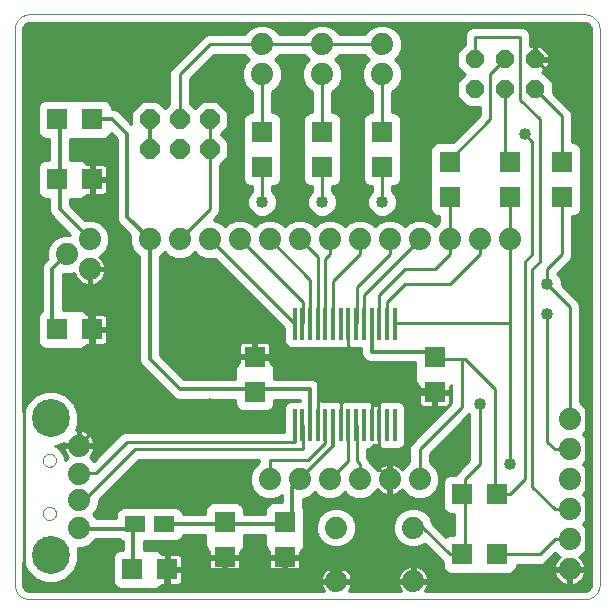
<source format=gtl>
G75*
G70*
%OFA0B0*%
%FSLAX24Y24*%
%IPPOS*%
%LPD*%
%AMOC8*
5,1,8,0,0,1.08239X$1,22.5*
%
%ADD10C,0.0000*%
%ADD11R,0.0137X0.1050*%
%ADD12C,0.0740*%
%ADD13R,0.0710X0.0709*%
%ADD14R,0.0709X0.0710*%
%ADD15OC8,0.0640*%
%ADD16OC8,0.0600*%
%ADD17C,0.1266*%
%ADD18R,0.0709X0.0551*%
%ADD19C,0.0100*%
%ADD20C,0.0120*%
%ADD21C,0.0400*%
D10*
X005948Y001650D02*
X005948Y020150D01*
X005950Y020194D01*
X005956Y020237D01*
X005965Y020279D01*
X005978Y020321D01*
X005995Y020361D01*
X006015Y020400D01*
X006038Y020437D01*
X006065Y020471D01*
X006094Y020504D01*
X006127Y020533D01*
X006161Y020560D01*
X006198Y020583D01*
X006237Y020603D01*
X006277Y020620D01*
X006319Y020633D01*
X006361Y020642D01*
X006404Y020648D01*
X006448Y020650D01*
X024948Y020650D01*
X024992Y020648D01*
X025035Y020642D01*
X025077Y020633D01*
X025119Y020620D01*
X025159Y020603D01*
X025198Y020583D01*
X025235Y020560D01*
X025269Y020533D01*
X025302Y020504D01*
X025331Y020471D01*
X025358Y020437D01*
X025381Y020400D01*
X025401Y020361D01*
X025418Y020321D01*
X025431Y020279D01*
X025440Y020237D01*
X025446Y020194D01*
X025448Y020150D01*
X025448Y001650D01*
X025446Y001606D01*
X025440Y001563D01*
X025431Y001521D01*
X025418Y001479D01*
X025401Y001439D01*
X025381Y001400D01*
X025358Y001363D01*
X025331Y001329D01*
X025302Y001296D01*
X025269Y001267D01*
X025235Y001240D01*
X025198Y001217D01*
X025159Y001197D01*
X025119Y001180D01*
X025077Y001167D01*
X025035Y001158D01*
X024992Y001152D01*
X024948Y001150D01*
X006448Y001150D01*
X006404Y001152D01*
X006361Y001158D01*
X006319Y001167D01*
X006277Y001180D01*
X006237Y001197D01*
X006198Y001217D01*
X006161Y001240D01*
X006127Y001267D01*
X006094Y001296D01*
X006065Y001329D01*
X006038Y001363D01*
X006015Y001400D01*
X005995Y001439D01*
X005978Y001479D01*
X005965Y001521D01*
X005956Y001563D01*
X005950Y001606D01*
X005948Y001650D01*
X006892Y004014D02*
X006894Y004043D01*
X006900Y004071D01*
X006909Y004099D01*
X006922Y004125D01*
X006939Y004148D01*
X006958Y004170D01*
X006980Y004189D01*
X007005Y004204D01*
X007031Y004217D01*
X007059Y004225D01*
X007087Y004230D01*
X007116Y004231D01*
X007145Y004228D01*
X007173Y004221D01*
X007200Y004211D01*
X007226Y004197D01*
X007249Y004180D01*
X007270Y004160D01*
X007288Y004137D01*
X007303Y004112D01*
X007314Y004085D01*
X007322Y004057D01*
X007326Y004028D01*
X007326Y004000D01*
X007322Y003971D01*
X007314Y003943D01*
X007303Y003916D01*
X007288Y003891D01*
X007270Y003868D01*
X007249Y003848D01*
X007226Y003831D01*
X007200Y003817D01*
X007173Y003807D01*
X007145Y003800D01*
X007116Y003797D01*
X007087Y003798D01*
X007059Y003803D01*
X007031Y003811D01*
X007005Y003824D01*
X006980Y003839D01*
X006958Y003858D01*
X006939Y003880D01*
X006922Y003903D01*
X006909Y003929D01*
X006900Y003957D01*
X006894Y003985D01*
X006892Y004014D01*
X006892Y005786D02*
X006894Y005815D01*
X006900Y005843D01*
X006909Y005871D01*
X006922Y005897D01*
X006939Y005920D01*
X006958Y005942D01*
X006980Y005961D01*
X007005Y005976D01*
X007031Y005989D01*
X007059Y005997D01*
X007087Y006002D01*
X007116Y006003D01*
X007145Y006000D01*
X007173Y005993D01*
X007200Y005983D01*
X007226Y005969D01*
X007249Y005952D01*
X007270Y005932D01*
X007288Y005909D01*
X007303Y005884D01*
X007314Y005857D01*
X007322Y005829D01*
X007326Y005800D01*
X007326Y005772D01*
X007322Y005743D01*
X007314Y005715D01*
X007303Y005688D01*
X007288Y005663D01*
X007270Y005640D01*
X007249Y005620D01*
X007226Y005603D01*
X007200Y005589D01*
X007173Y005579D01*
X007145Y005572D01*
X007116Y005569D01*
X007087Y005570D01*
X007059Y005575D01*
X007031Y005583D01*
X007005Y005596D01*
X006980Y005611D01*
X006958Y005630D01*
X006939Y005652D01*
X006922Y005675D01*
X006909Y005701D01*
X006900Y005729D01*
X006894Y005757D01*
X006892Y005786D01*
D11*
X015284Y006961D03*
X015540Y006961D03*
X015796Y006961D03*
X016052Y006961D03*
X016308Y006961D03*
X016564Y006961D03*
X016820Y006961D03*
X017076Y006961D03*
X017332Y006961D03*
X017588Y006961D03*
X017844Y006961D03*
X018099Y006961D03*
X018355Y006961D03*
X018611Y006961D03*
X018611Y010339D03*
X018355Y010339D03*
X018099Y010339D03*
X017844Y010339D03*
X017588Y010339D03*
X017332Y010339D03*
X017076Y010339D03*
X016820Y010339D03*
X016564Y010339D03*
X016308Y010339D03*
X016052Y010339D03*
X015796Y010339D03*
X015540Y010339D03*
X015284Y010339D03*
D12*
X015448Y013150D03*
X016448Y013150D03*
X017448Y013150D03*
X018448Y013150D03*
X019448Y013150D03*
X020448Y013150D03*
X021448Y013150D03*
X022448Y013150D03*
X018198Y018650D03*
X018198Y019650D03*
X016198Y019650D03*
X016198Y018650D03*
X014198Y018650D03*
X014198Y019650D03*
X014448Y013150D03*
X013448Y013150D03*
X012448Y013150D03*
X011448Y013150D03*
X010448Y013150D03*
X008448Y013150D03*
X007698Y012650D03*
X008448Y012150D03*
X008093Y006278D03*
X008093Y005344D03*
X008093Y004456D03*
X008093Y003522D03*
X014448Y005150D03*
X015448Y005150D03*
X016448Y005150D03*
X017448Y005150D03*
X018448Y005150D03*
X019448Y005150D03*
X019228Y003540D03*
X019228Y001760D03*
X016668Y001760D03*
X016668Y003540D03*
X024448Y003150D03*
X024448Y002150D03*
X024448Y004150D03*
X024448Y005150D03*
X024448Y006150D03*
X024448Y007150D03*
D13*
X019948Y008060D03*
X019948Y009240D03*
X013948Y009240D03*
X013948Y008060D03*
X014948Y003740D03*
X014948Y002560D03*
X012948Y002560D03*
X012948Y003740D03*
X020448Y014560D03*
X020448Y015740D03*
X022448Y015740D03*
X022448Y014560D03*
X024198Y014560D03*
X024198Y015740D03*
X018198Y015560D03*
X018198Y016740D03*
X016198Y016740D03*
X016198Y015560D03*
X014198Y015560D03*
X014198Y016740D03*
D14*
X008538Y017150D03*
X007358Y017150D03*
X007358Y015150D03*
X008538Y015150D03*
X008538Y010150D03*
X007358Y010150D03*
X009858Y002150D03*
X011038Y002150D03*
X020858Y002650D03*
X022038Y002650D03*
X022038Y004650D03*
X020858Y004650D03*
D15*
X012448Y016150D03*
X011448Y016150D03*
X011448Y017150D03*
X012448Y017150D03*
X010448Y017150D03*
X010448Y016150D03*
D16*
X021298Y018150D03*
X022298Y018150D03*
X023298Y018150D03*
X023298Y019150D03*
X022298Y019150D03*
X021298Y019150D03*
D17*
X007148Y007183D03*
X007148Y002617D03*
D18*
X009966Y003650D03*
X010930Y003650D03*
D19*
X011342Y003084D02*
X011449Y003129D01*
X011530Y003210D01*
X011568Y003300D01*
X012308Y003300D01*
X012308Y002932D01*
X012352Y002826D01*
X012434Y002744D01*
X012443Y002740D01*
X012443Y002610D01*
X012898Y002610D01*
X012898Y002510D01*
X012443Y002510D01*
X012443Y002186D01*
X012453Y002148D01*
X012473Y002113D01*
X012501Y002085D01*
X012535Y002066D01*
X012573Y002056D01*
X012898Y002056D01*
X012898Y002510D01*
X012998Y002510D01*
X012998Y002610D01*
X013453Y002610D01*
X013453Y002740D01*
X013462Y002744D01*
X013544Y002826D01*
X013588Y002932D01*
X013588Y003300D01*
X014308Y003300D01*
X014308Y002932D01*
X014352Y002826D01*
X014434Y002744D01*
X014443Y002740D01*
X014443Y002610D01*
X014898Y002610D01*
X014898Y002510D01*
X014443Y002510D01*
X014443Y002186D01*
X014453Y002148D01*
X014473Y002113D01*
X014501Y002085D01*
X014535Y002066D01*
X014573Y002056D01*
X014898Y002056D01*
X014898Y002510D01*
X014998Y002510D01*
X014998Y002610D01*
X015453Y002610D01*
X015453Y002740D01*
X015462Y002744D01*
X015544Y002826D01*
X015588Y002932D01*
X015588Y003316D01*
X015593Y003328D01*
X015593Y004152D01*
X015549Y004259D01*
X015548Y004260D01*
X015548Y004490D01*
X015579Y004490D01*
X015822Y004590D01*
X015948Y004717D01*
X016074Y004590D01*
X016317Y004490D01*
X016579Y004490D01*
X016822Y004590D01*
X016948Y004717D01*
X017074Y004590D01*
X017317Y004490D01*
X017579Y004490D01*
X017822Y004590D01*
X018007Y004776D01*
X018033Y004837D01*
X018051Y004811D01*
X018109Y004753D01*
X018175Y004705D01*
X018248Y004668D01*
X018326Y004643D01*
X018398Y004631D01*
X018398Y005100D01*
X018498Y005100D01*
X018498Y004631D01*
X018570Y004643D01*
X018647Y004668D01*
X018720Y004705D01*
X018787Y004753D01*
X018845Y004811D01*
X018863Y004837D01*
X018888Y004776D01*
X019074Y004590D01*
X019317Y004490D01*
X019579Y004490D01*
X019822Y004590D01*
X020007Y004776D01*
X020108Y005019D01*
X020108Y005281D01*
X020007Y005524D01*
X019822Y005710D01*
X019788Y005724D01*
X019788Y006009D01*
X021040Y007262D01*
X021092Y007313D01*
X021108Y007297D01*
X021108Y005791D01*
X020755Y005438D01*
X020660Y005343D01*
X020640Y005295D01*
X020446Y005295D01*
X020339Y005251D01*
X020258Y005169D01*
X020213Y005063D01*
X020213Y004237D01*
X020258Y004131D01*
X020339Y004049D01*
X020446Y004005D01*
X020608Y004005D01*
X020608Y003295D01*
X020446Y003295D01*
X020339Y003251D01*
X020334Y003245D01*
X019874Y003705D01*
X019787Y003914D01*
X019602Y004100D01*
X019359Y004200D01*
X019097Y004200D01*
X018854Y004100D01*
X018668Y003914D01*
X018568Y003671D01*
X018568Y003409D01*
X018668Y003166D01*
X018854Y002980D01*
X019097Y002880D01*
X019359Y002880D01*
X019602Y002980D01*
X019619Y002998D01*
X020160Y002457D01*
X020213Y002404D01*
X020213Y002237D01*
X020258Y002131D01*
X020339Y002049D01*
X020446Y002005D01*
X021270Y002005D01*
X021282Y002010D01*
X021614Y002010D01*
X021626Y002005D01*
X022450Y002005D01*
X022557Y002049D01*
X022638Y002131D01*
X022682Y002237D01*
X022682Y002310D01*
X023516Y002310D01*
X023640Y002362D01*
X023972Y002693D01*
X024074Y002590D01*
X024135Y002565D01*
X024109Y002547D01*
X024051Y002489D01*
X024003Y002423D01*
X023966Y002350D01*
X023941Y002272D01*
X023929Y002200D01*
X024398Y002200D01*
X024398Y002100D01*
X024498Y002100D01*
X024498Y002200D01*
X024966Y002200D01*
X024955Y002272D01*
X024930Y002350D01*
X024893Y002423D01*
X024845Y002489D01*
X024787Y002547D01*
X024761Y002565D01*
X024822Y002590D01*
X025007Y002776D01*
X025108Y003019D01*
X025108Y003281D01*
X025007Y003524D01*
X024881Y003650D01*
X025007Y003776D01*
X025108Y004019D01*
X025108Y004281D01*
X025007Y004524D01*
X024881Y004650D01*
X025007Y004776D01*
X025108Y005019D01*
X025108Y005281D01*
X025007Y005524D01*
X024881Y005650D01*
X025007Y005776D01*
X025108Y006019D01*
X025108Y006281D01*
X025007Y006524D01*
X024881Y006650D01*
X025007Y006776D01*
X025108Y007019D01*
X025108Y007281D01*
X025007Y007524D01*
X024822Y007710D01*
X024788Y007724D01*
X024788Y010968D01*
X024736Y011093D01*
X024640Y011188D01*
X024188Y011641D01*
X024188Y011747D01*
X024113Y011928D01*
X024038Y012003D01*
X024038Y012009D01*
X024390Y012362D01*
X024486Y012457D01*
X024538Y012582D01*
X024538Y013916D01*
X024610Y013916D01*
X024717Y013960D01*
X024799Y014041D01*
X024843Y014148D01*
X024843Y014972D01*
X024838Y014984D01*
X024838Y015316D01*
X024843Y015328D01*
X024843Y016152D01*
X024799Y016259D01*
X024717Y016340D01*
X024610Y016384D01*
X024538Y016384D01*
X024538Y017318D01*
X024486Y017443D01*
X023888Y018041D01*
X023888Y018394D01*
X023542Y018740D01*
X023524Y018740D01*
X023748Y018964D01*
X023748Y019110D01*
X023338Y019110D01*
X023338Y019190D01*
X023748Y019190D01*
X023748Y019336D01*
X023484Y019600D01*
X023338Y019600D01*
X023338Y019190D01*
X023258Y019190D01*
X023258Y019600D01*
X023138Y019600D01*
X023138Y019968D01*
X023086Y020093D01*
X022990Y020188D01*
X022866Y020240D01*
X021230Y020240D01*
X021105Y020188D01*
X021010Y020093D01*
X020958Y019968D01*
X020958Y019644D01*
X020708Y019394D01*
X020708Y018906D01*
X020963Y018650D01*
X020708Y018394D01*
X020708Y017906D01*
X021053Y017560D01*
X021458Y017560D01*
X021458Y017291D01*
X020552Y016384D01*
X020035Y016384D01*
X019929Y016340D01*
X019847Y016259D01*
X019803Y016152D01*
X019803Y015328D01*
X019808Y015316D01*
X019808Y014984D01*
X019803Y014972D01*
X019803Y014148D01*
X019847Y014041D01*
X019929Y013960D01*
X020035Y013916D01*
X020108Y013916D01*
X020108Y013724D01*
X020074Y013710D01*
X019948Y013583D01*
X019822Y013710D01*
X019579Y013810D01*
X019317Y013810D01*
X019074Y013710D01*
X018948Y013583D01*
X018822Y013710D01*
X018579Y013810D01*
X018317Y013810D01*
X018074Y013710D01*
X017948Y013583D01*
X017822Y013710D01*
X017579Y013810D01*
X017317Y013810D01*
X017074Y013710D01*
X016948Y013583D01*
X016822Y013710D01*
X016579Y013810D01*
X016317Y013810D01*
X016074Y013710D01*
X015948Y013583D01*
X015822Y013710D01*
X015579Y013810D01*
X015317Y013810D01*
X015074Y013710D01*
X014948Y013583D01*
X014822Y013710D01*
X014579Y013810D01*
X014317Y013810D01*
X014074Y013710D01*
X013948Y013583D01*
X013822Y013710D01*
X013579Y013810D01*
X013317Y013810D01*
X013074Y013710D01*
X012948Y013583D01*
X012822Y013710D01*
X012586Y013807D01*
X012640Y013862D01*
X012736Y013957D01*
X012788Y014082D01*
X012788Y015627D01*
X013058Y015897D01*
X013058Y016403D01*
X012811Y016650D01*
X013058Y016897D01*
X013058Y017403D01*
X012701Y017760D01*
X012195Y017760D01*
X011948Y017513D01*
X011788Y017673D01*
X011788Y018509D01*
X012589Y019310D01*
X013624Y019310D01*
X013638Y019276D01*
X013764Y019150D01*
X013638Y019024D01*
X013538Y018781D01*
X013538Y018519D01*
X013638Y018276D01*
X013824Y018090D01*
X013858Y018076D01*
X013858Y017384D01*
X013785Y017384D01*
X013679Y017340D01*
X013597Y017259D01*
X013553Y017152D01*
X013553Y016328D01*
X013558Y016316D01*
X013558Y015984D01*
X013553Y015972D01*
X013553Y015148D01*
X013597Y015041D01*
X013679Y014960D01*
X013785Y014916D01*
X013858Y014916D01*
X013858Y014753D01*
X013782Y014678D01*
X013708Y014497D01*
X013708Y014303D01*
X013782Y014122D01*
X013920Y013985D01*
X014100Y013910D01*
X014295Y013910D01*
X014475Y013985D01*
X014613Y014122D01*
X014688Y014303D01*
X014688Y014497D01*
X014613Y014678D01*
X014538Y014753D01*
X014538Y014916D01*
X014610Y014916D01*
X014717Y014960D01*
X014799Y015041D01*
X014843Y015148D01*
X014843Y015972D01*
X014838Y015984D01*
X014838Y016316D01*
X014843Y016328D01*
X014843Y017152D01*
X014799Y017259D01*
X014717Y017340D01*
X014610Y017384D01*
X014538Y017384D01*
X014538Y018076D01*
X014572Y018090D01*
X014757Y018276D01*
X014858Y018519D01*
X014858Y018781D01*
X014757Y019024D01*
X014631Y019150D01*
X014757Y019276D01*
X014771Y019310D01*
X015624Y019310D01*
X015638Y019276D01*
X015764Y019150D01*
X015638Y019024D01*
X015538Y018781D01*
X015538Y018519D01*
X015638Y018276D01*
X015824Y018090D01*
X015858Y018076D01*
X015858Y017384D01*
X015785Y017384D01*
X015679Y017340D01*
X015597Y017259D01*
X015553Y017152D01*
X015553Y016328D01*
X015558Y016316D01*
X015558Y015984D01*
X015553Y015972D01*
X015553Y015148D01*
X015597Y015041D01*
X015679Y014960D01*
X015785Y014916D01*
X015858Y014916D01*
X015858Y014753D01*
X015782Y014678D01*
X015708Y014497D01*
X015708Y014303D01*
X015782Y014122D01*
X015920Y013985D01*
X016100Y013910D01*
X016295Y013910D01*
X016475Y013985D01*
X016613Y014122D01*
X016688Y014303D01*
X016688Y014497D01*
X016613Y014678D01*
X016538Y014753D01*
X016538Y014916D01*
X016610Y014916D01*
X016717Y014960D01*
X016799Y015041D01*
X016843Y015148D01*
X016843Y015972D01*
X016838Y015984D01*
X016838Y016316D01*
X016843Y016328D01*
X016843Y017152D01*
X016799Y017259D01*
X016717Y017340D01*
X016610Y017384D01*
X016538Y017384D01*
X016538Y018076D01*
X016572Y018090D01*
X016757Y018276D01*
X016858Y018519D01*
X016858Y018781D01*
X016757Y019024D01*
X016631Y019150D01*
X016757Y019276D01*
X016771Y019310D01*
X017624Y019310D01*
X017638Y019276D01*
X017764Y019150D01*
X017638Y019024D01*
X017538Y018781D01*
X017538Y018519D01*
X017638Y018276D01*
X017824Y018090D01*
X017858Y018076D01*
X017858Y017384D01*
X017785Y017384D01*
X017679Y017340D01*
X017597Y017259D01*
X017553Y017152D01*
X017553Y016328D01*
X017558Y016316D01*
X017558Y015984D01*
X017553Y015972D01*
X017553Y015148D01*
X017597Y015041D01*
X017679Y014960D01*
X017785Y014916D01*
X017858Y014916D01*
X017858Y014753D01*
X017782Y014678D01*
X017708Y014497D01*
X017708Y014303D01*
X017782Y014122D01*
X017920Y013985D01*
X018100Y013910D01*
X018295Y013910D01*
X018475Y013985D01*
X018613Y014122D01*
X018688Y014303D01*
X018688Y014497D01*
X018613Y014678D01*
X018538Y014753D01*
X018538Y014916D01*
X018610Y014916D01*
X018717Y014960D01*
X018799Y015041D01*
X018843Y015148D01*
X018843Y015972D01*
X018838Y015984D01*
X018838Y016316D01*
X018843Y016328D01*
X018843Y017152D01*
X018799Y017259D01*
X018717Y017340D01*
X018610Y017384D01*
X018538Y017384D01*
X018538Y018076D01*
X018572Y018090D01*
X018757Y018276D01*
X018858Y018519D01*
X018858Y018781D01*
X018757Y019024D01*
X018631Y019150D01*
X018757Y019276D01*
X018858Y019519D01*
X018858Y019781D01*
X018757Y020024D01*
X018572Y020210D01*
X018329Y020310D01*
X018067Y020310D01*
X017824Y020210D01*
X017638Y020024D01*
X017624Y019990D01*
X016771Y019990D01*
X016757Y020024D01*
X016572Y020210D01*
X016329Y020310D01*
X016067Y020310D01*
X015824Y020210D01*
X015638Y020024D01*
X015624Y019990D01*
X014771Y019990D01*
X014757Y020024D01*
X014572Y020210D01*
X014329Y020310D01*
X014067Y020310D01*
X013824Y020210D01*
X013638Y020024D01*
X013624Y019990D01*
X012380Y019990D01*
X012255Y019938D01*
X012160Y019843D01*
X011255Y018938D01*
X011160Y018843D01*
X011108Y018718D01*
X011108Y017673D01*
X010948Y017513D01*
X010701Y017760D01*
X010195Y017760D01*
X009838Y017403D01*
X009838Y017005D01*
X009495Y017348D01*
X009396Y017447D01*
X009267Y017500D01*
X009182Y017500D01*
X009182Y017563D01*
X009138Y017669D01*
X009057Y017751D01*
X008950Y017795D01*
X008126Y017795D01*
X008114Y017790D01*
X007782Y017790D01*
X007770Y017795D01*
X006946Y017795D01*
X006839Y017751D01*
X006758Y017669D01*
X006713Y017563D01*
X006713Y016737D01*
X006758Y016631D01*
X006839Y016549D01*
X006946Y016505D01*
X007098Y016505D01*
X007098Y015795D01*
X006946Y015795D01*
X006839Y015751D01*
X006758Y015669D01*
X006713Y015563D01*
X006713Y014737D01*
X006758Y014631D01*
X006839Y014549D01*
X006946Y014505D01*
X007098Y014505D01*
X007098Y014080D01*
X007151Y013952D01*
X007793Y013310D01*
X007567Y013310D01*
X007324Y013210D01*
X007138Y013024D01*
X007038Y012781D01*
X007038Y012519D01*
X007048Y012495D01*
X006901Y012348D01*
X006848Y012220D01*
X006848Y010754D01*
X006839Y010751D01*
X006758Y010669D01*
X006713Y010563D01*
X006713Y009737D01*
X006758Y009631D01*
X006839Y009549D01*
X006946Y009505D01*
X007770Y009505D01*
X007782Y009510D01*
X008166Y009510D01*
X008272Y009554D01*
X008354Y009636D01*
X008358Y009645D01*
X008488Y009645D01*
X008488Y010100D01*
X008398Y010100D01*
X008398Y010200D01*
X008488Y010200D01*
X008488Y010100D01*
X008588Y010100D01*
X008588Y009645D01*
X008912Y009645D01*
X008950Y009655D01*
X008984Y009675D01*
X009012Y009703D01*
X009032Y009737D01*
X009042Y009775D01*
X009042Y010100D01*
X008588Y010100D01*
X008588Y010200D01*
X008488Y010200D01*
X008488Y010655D01*
X008358Y010655D01*
X008354Y010664D01*
X008272Y010746D01*
X008166Y010790D01*
X007782Y010790D01*
X007770Y010795D01*
X007548Y010795D01*
X007548Y011998D01*
X007567Y011990D01*
X007829Y011990D01*
X007939Y012036D01*
X007941Y012028D01*
X007966Y011950D01*
X008003Y011877D01*
X008051Y011811D01*
X008109Y011753D01*
X008175Y011705D01*
X008248Y011668D01*
X008326Y011643D01*
X008407Y011630D01*
X008418Y011630D01*
X008418Y012120D01*
X008478Y012120D01*
X008478Y012180D01*
X008968Y012180D01*
X008968Y012191D01*
X008955Y012272D01*
X008930Y012350D01*
X008893Y012423D01*
X008845Y012489D01*
X008787Y012547D01*
X008761Y012565D01*
X008822Y012590D01*
X009007Y012776D01*
X009108Y013019D01*
X009108Y013281D01*
X009007Y013524D01*
X008822Y013710D01*
X008579Y013810D01*
X008317Y013810D01*
X008293Y013800D01*
X007798Y014295D01*
X007798Y014510D01*
X008166Y014510D01*
X008272Y014554D01*
X008354Y014636D01*
X008358Y014645D01*
X008488Y014645D01*
X008488Y015100D01*
X008588Y015100D01*
X008588Y014645D01*
X008912Y014645D01*
X008950Y014655D01*
X008984Y014675D01*
X009012Y014703D01*
X009032Y014737D01*
X009042Y014775D01*
X009042Y015100D01*
X008588Y015100D01*
X008588Y015200D01*
X008488Y015200D01*
X008488Y015655D01*
X008358Y015655D01*
X008354Y015664D01*
X008272Y015746D01*
X008166Y015790D01*
X007798Y015790D01*
X007798Y016510D01*
X008114Y016510D01*
X008126Y016505D01*
X008950Y016505D01*
X009057Y016549D01*
X009138Y016631D01*
X009163Y016690D01*
X009348Y016505D01*
X009348Y013830D01*
X009401Y013702D01*
X009500Y013603D01*
X009798Y013305D01*
X009788Y013281D01*
X009788Y013019D01*
X009888Y012776D01*
X010074Y012590D01*
X010098Y012581D01*
X010098Y009080D01*
X010151Y008952D01*
X010250Y008853D01*
X011151Y007952D01*
X011151Y007952D01*
X011250Y007853D01*
X011378Y007800D01*
X013303Y007800D01*
X013303Y007648D01*
X013347Y007541D01*
X013429Y007460D01*
X013535Y007416D01*
X014360Y007416D01*
X014467Y007460D01*
X014549Y007541D01*
X014593Y007648D01*
X014593Y007800D01*
X015448Y007800D01*
X015448Y007776D01*
X015414Y007776D01*
X015412Y007775D01*
X015411Y007776D01*
X015158Y007776D01*
X015052Y007731D01*
X014970Y007650D01*
X014926Y007543D01*
X014926Y006740D01*
X009630Y006740D01*
X009505Y006688D01*
X009410Y006593D01*
X008593Y005776D01*
X008467Y005903D01*
X008457Y005907D01*
X008489Y005939D01*
X008537Y006005D01*
X008575Y006078D01*
X008600Y006156D01*
X008613Y006237D01*
X008613Y006238D01*
X008133Y006238D01*
X008133Y006318D01*
X008613Y006318D01*
X008613Y006319D01*
X008600Y006400D01*
X008575Y006478D01*
X008537Y006550D01*
X008489Y006617D01*
X008432Y006675D01*
X008365Y006723D01*
X008292Y006760D01*
X008215Y006785D01*
X008134Y006798D01*
X008133Y006798D01*
X008133Y006318D01*
X008053Y006318D01*
X008053Y006798D01*
X008052Y006798D01*
X007983Y006787D01*
X008071Y007000D01*
X008071Y007367D01*
X007930Y007706D01*
X007671Y007966D01*
X007331Y008107D01*
X006964Y008107D01*
X006625Y007966D01*
X006365Y007706D01*
X006238Y007399D01*
X006238Y020150D01*
X006242Y020191D01*
X006273Y020267D01*
X006331Y020325D01*
X006407Y020356D01*
X006448Y020360D01*
X024948Y020360D01*
X024989Y020356D01*
X025065Y020325D01*
X025122Y020267D01*
X025154Y020191D01*
X025158Y020150D01*
X025158Y001650D01*
X025154Y001609D01*
X025122Y001533D01*
X025065Y001475D01*
X024989Y001444D01*
X024948Y001440D01*
X019638Y001440D01*
X019673Y001487D01*
X019710Y001560D01*
X019735Y001638D01*
X019746Y001710D01*
X019278Y001710D01*
X019278Y001810D01*
X019746Y001810D01*
X019735Y001882D01*
X019710Y001960D01*
X019673Y002033D01*
X019625Y002099D01*
X019567Y002157D01*
X019500Y002205D01*
X019427Y002242D01*
X019350Y002267D01*
X019278Y002279D01*
X019278Y001810D01*
X019178Y001810D01*
X019178Y002279D01*
X019106Y002267D01*
X019028Y002242D01*
X018955Y002205D01*
X018889Y002157D01*
X018831Y002099D01*
X018783Y002033D01*
X018746Y001960D01*
X018721Y001882D01*
X018709Y001810D01*
X019178Y001810D01*
X019178Y001710D01*
X018709Y001710D01*
X018721Y001638D01*
X018746Y001560D01*
X018783Y001487D01*
X018818Y001440D01*
X017078Y001440D01*
X017113Y001487D01*
X017150Y001560D01*
X017175Y001638D01*
X017186Y001710D01*
X016718Y001710D01*
X016718Y001810D01*
X017186Y001810D01*
X017175Y001882D01*
X017150Y001960D01*
X017113Y002033D01*
X017065Y002099D01*
X017007Y002157D01*
X016940Y002205D01*
X016867Y002242D01*
X016790Y002267D01*
X016718Y002279D01*
X016718Y001810D01*
X016618Y001810D01*
X016618Y002279D01*
X016546Y002267D01*
X016468Y002242D01*
X016395Y002205D01*
X016329Y002157D01*
X016271Y002099D01*
X016223Y002033D01*
X016186Y001960D01*
X016161Y001882D01*
X016149Y001810D01*
X016618Y001810D01*
X016618Y001710D01*
X016149Y001710D01*
X016161Y001638D01*
X016186Y001560D01*
X016223Y001487D01*
X016258Y001440D01*
X006448Y001440D01*
X006407Y001444D01*
X006331Y001475D01*
X006273Y001533D01*
X006242Y001609D01*
X006238Y001650D01*
X006238Y002401D01*
X006365Y002094D01*
X006625Y001834D01*
X006964Y001693D01*
X007331Y001693D01*
X007671Y001834D01*
X007930Y002094D01*
X008071Y002433D01*
X008071Y002800D01*
X008045Y002862D01*
X008224Y002862D01*
X008467Y002963D01*
X008652Y003148D01*
X008653Y003150D01*
X009426Y003150D01*
X009447Y003129D01*
X009548Y003087D01*
X009548Y002795D01*
X009446Y002795D01*
X009339Y002751D01*
X009258Y002669D01*
X009213Y002563D01*
X009213Y001737D01*
X009258Y001631D01*
X009339Y001549D01*
X009446Y001505D01*
X010270Y001505D01*
X010282Y001510D01*
X010666Y001510D01*
X010772Y001554D01*
X010854Y001636D01*
X010858Y001645D01*
X010988Y001645D01*
X010988Y002100D01*
X010898Y002100D01*
X010898Y002200D01*
X010988Y002200D01*
X010988Y002100D01*
X011088Y002100D01*
X011088Y001645D01*
X011412Y001645D01*
X011450Y001655D01*
X011484Y001675D01*
X011512Y001703D01*
X011532Y001737D01*
X011542Y001775D01*
X011542Y002100D01*
X011088Y002100D01*
X011088Y002200D01*
X010988Y002200D01*
X010988Y002655D01*
X010858Y002655D01*
X010854Y002664D01*
X010772Y002746D01*
X010666Y002790D01*
X010282Y002790D01*
X010270Y002795D01*
X010248Y002795D01*
X010248Y003084D01*
X011342Y003084D01*
X011428Y003120D02*
X012308Y003120D01*
X012308Y003022D02*
X010248Y003022D01*
X010248Y002923D02*
X012312Y002923D01*
X012353Y002825D02*
X010248Y002825D01*
X010792Y002726D02*
X012443Y002726D01*
X012443Y002628D02*
X011480Y002628D01*
X011484Y002625D02*
X011450Y002645D01*
X011412Y002655D01*
X011088Y002655D01*
X011088Y002200D01*
X011542Y002200D01*
X011542Y002525D01*
X011532Y002563D01*
X011512Y002597D01*
X011484Y002625D01*
X011541Y002529D02*
X012898Y002529D01*
X012948Y002560D02*
X012948Y002150D01*
X011038Y002150D01*
X010948Y002150D01*
X010948Y001450D01*
X006948Y001450D01*
X006248Y002150D01*
X006248Y008650D01*
X008448Y008650D01*
X008448Y010150D01*
X008538Y010150D01*
X008498Y010150D01*
X008448Y010200D01*
X008488Y010212D02*
X008588Y010212D01*
X008588Y010200D02*
X008588Y010655D01*
X008912Y010655D01*
X008950Y010645D01*
X008984Y010625D01*
X009012Y010597D01*
X009032Y010563D01*
X009042Y010525D01*
X009042Y010200D01*
X008588Y010200D01*
X008588Y010114D02*
X010098Y010114D01*
X010098Y010212D02*
X009042Y010212D01*
X009042Y010311D02*
X010098Y010311D01*
X010098Y010409D02*
X009042Y010409D01*
X009042Y010508D02*
X010098Y010508D01*
X010098Y010606D02*
X009003Y010606D01*
X008588Y010606D02*
X008488Y010606D01*
X008488Y010508D02*
X008588Y010508D01*
X008588Y010409D02*
X008488Y010409D01*
X008488Y010311D02*
X008588Y010311D01*
X008488Y010114D02*
X008398Y010114D01*
X008488Y010015D02*
X008588Y010015D01*
X008588Y009917D02*
X008488Y009917D01*
X008488Y009818D02*
X008588Y009818D01*
X008588Y009720D02*
X008488Y009720D01*
X008339Y009621D02*
X010098Y009621D01*
X010098Y009523D02*
X008196Y009523D01*
X009022Y009720D02*
X010098Y009720D01*
X010098Y009818D02*
X009042Y009818D01*
X009042Y009917D02*
X010098Y009917D01*
X010098Y010015D02*
X009042Y010015D01*
X008313Y010705D02*
X010098Y010705D01*
X010098Y010803D02*
X007548Y010803D01*
X007548Y010902D02*
X010098Y010902D01*
X010098Y011000D02*
X007548Y011000D01*
X007548Y011099D02*
X010098Y011099D01*
X010098Y011197D02*
X007548Y011197D01*
X007548Y011296D02*
X010098Y011296D01*
X010098Y011394D02*
X007548Y011394D01*
X007548Y011493D02*
X010098Y011493D01*
X010098Y011591D02*
X007548Y011591D01*
X007548Y011690D02*
X008206Y011690D01*
X008074Y011788D02*
X007548Y011788D01*
X007548Y011887D02*
X007999Y011887D01*
X007955Y011985D02*
X007548Y011985D01*
X006932Y012379D02*
X006238Y012379D01*
X006238Y012281D02*
X006873Y012281D01*
X006848Y012182D02*
X006238Y012182D01*
X006238Y012084D02*
X006848Y012084D01*
X006848Y011985D02*
X006238Y011985D01*
X006238Y011887D02*
X006848Y011887D01*
X006848Y011788D02*
X006238Y011788D01*
X006238Y011690D02*
X006848Y011690D01*
X006848Y011591D02*
X006238Y011591D01*
X006238Y011493D02*
X006848Y011493D01*
X006848Y011394D02*
X006238Y011394D01*
X006238Y011296D02*
X006848Y011296D01*
X006848Y011197D02*
X006238Y011197D01*
X006238Y011099D02*
X006848Y011099D01*
X006848Y011000D02*
X006238Y011000D01*
X006238Y010902D02*
X006848Y010902D01*
X006848Y010803D02*
X006238Y010803D01*
X006238Y010705D02*
X006793Y010705D01*
X006731Y010606D02*
X006238Y010606D01*
X006238Y010508D02*
X006713Y010508D01*
X006713Y010409D02*
X006238Y010409D01*
X006238Y010311D02*
X006713Y010311D01*
X006713Y010212D02*
X006238Y010212D01*
X006238Y010114D02*
X006713Y010114D01*
X006713Y010015D02*
X006238Y010015D01*
X006238Y009917D02*
X006713Y009917D01*
X006713Y009818D02*
X006238Y009818D01*
X006238Y009720D02*
X006721Y009720D01*
X006767Y009621D02*
X006238Y009621D01*
X006238Y009523D02*
X006904Y009523D01*
X006238Y009424D02*
X010098Y009424D01*
X010098Y009326D02*
X006238Y009326D01*
X006238Y009227D02*
X010098Y009227D01*
X010098Y009129D02*
X006238Y009129D01*
X006238Y009030D02*
X010119Y009030D01*
X010171Y008932D02*
X006238Y008932D01*
X006238Y008833D02*
X010270Y008833D01*
X010250Y008853D02*
X010250Y008853D01*
X010368Y008735D02*
X006238Y008735D01*
X006238Y008636D02*
X010467Y008636D01*
X010565Y008538D02*
X006238Y008538D01*
X006238Y008439D02*
X010664Y008439D01*
X010762Y008341D02*
X006238Y008341D01*
X006238Y008242D02*
X010861Y008242D01*
X010959Y008144D02*
X006238Y008144D01*
X006238Y008045D02*
X006816Y008045D01*
X006606Y007947D02*
X006238Y007947D01*
X006238Y007848D02*
X006507Y007848D01*
X006409Y007750D02*
X006238Y007750D01*
X006238Y007651D02*
X006342Y007651D01*
X006302Y007553D02*
X006238Y007553D01*
X006238Y007454D02*
X006261Y007454D01*
X007480Y008045D02*
X011058Y008045D01*
X011156Y007947D02*
X007690Y007947D01*
X007789Y007848D02*
X011262Y007848D01*
X011593Y008500D02*
X010798Y009295D01*
X010798Y012581D01*
X010822Y012590D01*
X010948Y012717D01*
X011074Y012590D01*
X011317Y012490D01*
X011579Y012490D01*
X011822Y012590D01*
X011948Y012717D01*
X012074Y012590D01*
X012317Y012490D01*
X012579Y012490D01*
X012613Y012504D01*
X014926Y010191D01*
X014926Y009757D01*
X014970Y009650D01*
X015052Y009569D01*
X015158Y009524D01*
X015411Y009524D01*
X015412Y009525D01*
X015414Y009524D01*
X015667Y009524D01*
X015668Y009525D01*
X015670Y009524D01*
X015922Y009524D01*
X015924Y009525D01*
X015926Y009524D01*
X016178Y009524D01*
X016180Y009525D01*
X016182Y009524D01*
X016434Y009524D01*
X016436Y009525D01*
X016438Y009524D01*
X016690Y009524D01*
X016692Y009525D01*
X016694Y009524D01*
X016946Y009524D01*
X017053Y009569D01*
X017076Y009592D01*
X017099Y009569D01*
X017206Y009524D01*
X017458Y009524D01*
X017460Y009525D01*
X017461Y009524D01*
X017498Y009524D01*
X017498Y009330D01*
X017551Y009202D01*
X017650Y009103D01*
X017778Y009050D01*
X019303Y009050D01*
X019303Y008828D01*
X019308Y008816D01*
X019308Y008432D01*
X019352Y008326D01*
X019434Y008244D01*
X019443Y008240D01*
X019443Y008110D01*
X019898Y008110D01*
X019898Y008200D01*
X019998Y008200D01*
X019998Y008110D01*
X019898Y008110D01*
X019898Y008010D01*
X019443Y008010D01*
X019443Y007686D01*
X019453Y007648D01*
X019473Y007613D01*
X019501Y007585D01*
X019535Y007566D01*
X019573Y007556D01*
X019898Y007556D01*
X019898Y008010D01*
X019998Y008010D01*
X019998Y008110D01*
X020453Y008110D01*
X020453Y008240D01*
X020462Y008244D01*
X020508Y008290D01*
X020508Y007691D01*
X019160Y006343D01*
X019108Y006218D01*
X019108Y005724D01*
X019074Y005710D01*
X018888Y005524D01*
X018863Y005463D01*
X018845Y005489D01*
X018787Y005547D01*
X018720Y005595D01*
X018647Y005632D01*
X018570Y005657D01*
X018498Y005669D01*
X018498Y005200D01*
X018398Y005200D01*
X018398Y005669D01*
X018326Y005657D01*
X018248Y005632D01*
X018175Y005595D01*
X018109Y005547D01*
X018051Y005489D01*
X018033Y005463D01*
X018007Y005524D01*
X017822Y005710D01*
X017785Y005725D01*
X017736Y005843D01*
X017688Y005891D01*
X017688Y006146D01*
X017714Y006146D01*
X017820Y006190D01*
X017902Y006271D01*
X017908Y006286D01*
X017932Y006286D01*
X017970Y006296D01*
X017971Y006297D01*
X017973Y006296D01*
X018011Y006286D01*
X018035Y006286D01*
X018041Y006271D01*
X018123Y006190D01*
X018229Y006146D01*
X018482Y006146D01*
X018483Y006146D01*
X018485Y006146D01*
X018737Y006146D01*
X018844Y006190D01*
X018926Y006271D01*
X018970Y006378D01*
X018970Y007543D01*
X018926Y007650D01*
X018844Y007731D01*
X018737Y007776D01*
X018485Y007776D01*
X018483Y007775D01*
X018482Y007776D01*
X018229Y007776D01*
X018123Y007731D01*
X018041Y007650D01*
X018035Y007636D01*
X018011Y007636D01*
X017973Y007625D01*
X017971Y007625D01*
X017970Y007625D01*
X017932Y007636D01*
X017908Y007636D01*
X017902Y007650D01*
X017820Y007731D01*
X017714Y007776D01*
X017461Y007776D01*
X017460Y007775D01*
X017458Y007776D01*
X017206Y007776D01*
X017204Y007775D01*
X017202Y007776D01*
X016950Y007776D01*
X016843Y007731D01*
X016820Y007708D01*
X016797Y007731D01*
X016690Y007776D01*
X016438Y007776D01*
X016436Y007775D01*
X016434Y007776D01*
X016182Y007776D01*
X016148Y007762D01*
X016148Y008220D01*
X016095Y008348D01*
X015996Y008447D01*
X015867Y008500D01*
X014588Y008500D01*
X014588Y008868D01*
X014544Y008974D01*
X014462Y009056D01*
X014453Y009060D01*
X014453Y009190D01*
X013998Y009190D01*
X013998Y009290D01*
X014453Y009290D01*
X014453Y009614D01*
X014443Y009652D01*
X014423Y009687D01*
X014395Y009715D01*
X014361Y009734D01*
X014323Y009744D01*
X013998Y009744D01*
X013998Y009290D01*
X013898Y009290D01*
X013898Y009190D01*
X013898Y009100D01*
X013998Y009100D01*
X013998Y009190D01*
X013898Y009190D01*
X013443Y009190D01*
X013443Y009060D01*
X013434Y009056D01*
X013352Y008974D01*
X013308Y008868D01*
X013308Y008500D01*
X011593Y008500D01*
X011555Y008538D02*
X013308Y008538D01*
X013308Y008636D02*
X011457Y008636D01*
X011358Y008735D02*
X013308Y008735D01*
X013308Y008833D02*
X011260Y008833D01*
X011161Y008932D02*
X013334Y008932D01*
X013408Y009030D02*
X011063Y009030D01*
X010964Y009129D02*
X013443Y009129D01*
X013443Y009290D02*
X013898Y009290D01*
X013898Y009744D01*
X013573Y009744D01*
X013535Y009734D01*
X013501Y009715D01*
X013473Y009687D01*
X013453Y009652D01*
X013443Y009614D01*
X013443Y009290D01*
X013443Y009326D02*
X010798Y009326D01*
X010798Y009424D02*
X013443Y009424D01*
X013443Y009523D02*
X010798Y009523D01*
X010798Y009621D02*
X013445Y009621D01*
X013510Y009720D02*
X010798Y009720D01*
X010798Y009818D02*
X014926Y009818D01*
X014926Y009917D02*
X010798Y009917D01*
X010798Y010015D02*
X014926Y010015D01*
X014926Y010114D02*
X010798Y010114D01*
X010798Y010212D02*
X014905Y010212D01*
X014807Y010311D02*
X010798Y010311D01*
X010798Y010409D02*
X014708Y010409D01*
X014610Y010508D02*
X010798Y010508D01*
X010798Y010606D02*
X014511Y010606D01*
X014413Y010705D02*
X010798Y010705D01*
X010798Y010803D02*
X014314Y010803D01*
X014216Y010902D02*
X010798Y010902D01*
X010798Y011000D02*
X014117Y011000D01*
X014019Y011099D02*
X010798Y011099D01*
X010798Y011197D02*
X013920Y011197D01*
X013822Y011296D02*
X010798Y011296D01*
X010798Y011394D02*
X013723Y011394D01*
X013625Y011493D02*
X010798Y011493D01*
X010798Y011591D02*
X013526Y011591D01*
X013428Y011690D02*
X010798Y011690D01*
X010798Y011788D02*
X013329Y011788D01*
X013231Y011887D02*
X010798Y011887D01*
X010798Y011985D02*
X013132Y011985D01*
X013034Y012084D02*
X010798Y012084D01*
X010798Y012182D02*
X012935Y012182D01*
X012837Y012281D02*
X010798Y012281D01*
X010798Y012379D02*
X012738Y012379D01*
X012640Y012478D02*
X010798Y012478D01*
X010798Y012576D02*
X011109Y012576D01*
X010990Y012675D02*
X010906Y012675D01*
X011448Y013150D02*
X012448Y014150D01*
X012448Y016150D01*
X012448Y017150D01*
X012874Y016713D02*
X013553Y016713D01*
X013553Y016615D02*
X012846Y016615D01*
X012945Y016516D02*
X013553Y016516D01*
X013553Y016418D02*
X013043Y016418D01*
X013058Y016319D02*
X013557Y016319D01*
X013558Y016221D02*
X013058Y016221D01*
X013058Y016122D02*
X013558Y016122D01*
X013558Y016024D02*
X013058Y016024D01*
X013058Y015925D02*
X013553Y015925D01*
X013553Y015827D02*
X012987Y015827D01*
X012889Y015728D02*
X013553Y015728D01*
X013553Y015630D02*
X012790Y015630D01*
X012788Y015531D02*
X013553Y015531D01*
X013553Y015433D02*
X012788Y015433D01*
X012788Y015334D02*
X013553Y015334D01*
X013553Y015236D02*
X012788Y015236D01*
X012788Y015137D02*
X013557Y015137D01*
X013600Y015039D02*
X012788Y015039D01*
X012788Y014940D02*
X013726Y014940D01*
X013858Y014842D02*
X012788Y014842D01*
X012788Y014743D02*
X013848Y014743D01*
X013769Y014645D02*
X012788Y014645D01*
X012788Y014546D02*
X013728Y014546D01*
X013708Y014448D02*
X012788Y014448D01*
X012788Y014349D02*
X013708Y014349D01*
X013729Y014251D02*
X012788Y014251D01*
X012788Y014152D02*
X013770Y014152D01*
X013851Y014054D02*
X012776Y014054D01*
X012734Y013955D02*
X013992Y013955D01*
X014191Y013758D02*
X013705Y013758D01*
X013872Y013660D02*
X014024Y013660D01*
X014404Y013955D02*
X015992Y013955D01*
X015851Y014054D02*
X014544Y014054D01*
X014626Y014152D02*
X015770Y014152D01*
X015729Y014251D02*
X014666Y014251D01*
X014688Y014349D02*
X015708Y014349D01*
X015708Y014448D02*
X014688Y014448D01*
X014668Y014546D02*
X015728Y014546D01*
X015769Y014645D02*
X014627Y014645D01*
X014548Y014743D02*
X015848Y014743D01*
X015858Y014842D02*
X014538Y014842D01*
X014670Y014940D02*
X015726Y014940D01*
X015600Y015039D02*
X014796Y015039D01*
X014838Y015137D02*
X015557Y015137D01*
X015553Y015236D02*
X014843Y015236D01*
X014843Y015334D02*
X015553Y015334D01*
X015553Y015433D02*
X014843Y015433D01*
X014843Y015531D02*
X015553Y015531D01*
X015553Y015630D02*
X014843Y015630D01*
X014843Y015728D02*
X015553Y015728D01*
X015553Y015827D02*
X014843Y015827D01*
X014843Y015925D02*
X015553Y015925D01*
X015558Y016024D02*
X014838Y016024D01*
X014838Y016122D02*
X015558Y016122D01*
X015558Y016221D02*
X014838Y016221D01*
X014839Y016319D02*
X015557Y016319D01*
X015553Y016418D02*
X014843Y016418D01*
X014843Y016516D02*
X015553Y016516D01*
X015553Y016615D02*
X014843Y016615D01*
X014843Y016713D02*
X015553Y016713D01*
X015553Y016812D02*
X014843Y016812D01*
X014843Y016910D02*
X015553Y016910D01*
X015553Y017009D02*
X014843Y017009D01*
X014843Y017107D02*
X015553Y017107D01*
X015575Y017206D02*
X014821Y017206D01*
X014753Y017304D02*
X015642Y017304D01*
X015858Y017403D02*
X014538Y017403D01*
X014538Y017501D02*
X015858Y017501D01*
X015858Y017600D02*
X014538Y017600D01*
X014538Y017698D02*
X015858Y017698D01*
X015858Y017797D02*
X014538Y017797D01*
X014538Y017895D02*
X015858Y017895D01*
X015858Y017994D02*
X014538Y017994D01*
X014573Y018092D02*
X015822Y018092D01*
X015724Y018191D02*
X014672Y018191D01*
X014763Y018289D02*
X015633Y018289D01*
X015592Y018388D02*
X014804Y018388D01*
X014844Y018486D02*
X015551Y018486D01*
X015538Y018585D02*
X014858Y018585D01*
X014858Y018683D02*
X015538Y018683D01*
X015538Y018782D02*
X014858Y018782D01*
X014817Y018880D02*
X015579Y018880D01*
X015620Y018979D02*
X014776Y018979D01*
X014704Y019077D02*
X015692Y019077D01*
X015739Y019176D02*
X014657Y019176D01*
X014755Y019274D02*
X015640Y019274D01*
X016198Y019650D02*
X018198Y019650D01*
X018452Y020259D02*
X025126Y020259D01*
X025157Y020161D02*
X023018Y020161D01*
X023099Y020062D02*
X025158Y020062D01*
X025158Y019964D02*
X023138Y019964D01*
X023138Y019865D02*
X025158Y019865D01*
X025158Y019767D02*
X023138Y019767D01*
X023138Y019668D02*
X025158Y019668D01*
X025158Y019570D02*
X023515Y019570D01*
X023613Y019471D02*
X025158Y019471D01*
X025158Y019373D02*
X023712Y019373D01*
X023748Y019274D02*
X025158Y019274D01*
X025158Y019176D02*
X023338Y019176D01*
X023298Y019150D02*
X024998Y017450D01*
X024998Y002150D01*
X024448Y002150D01*
X024498Y002135D02*
X025158Y002135D01*
X025158Y002037D02*
X024956Y002037D01*
X024955Y002028D02*
X024966Y002100D01*
X024498Y002100D01*
X024498Y001631D01*
X024570Y001643D01*
X024647Y001668D01*
X024720Y001705D01*
X024787Y001753D01*
X024845Y001811D01*
X024893Y001877D01*
X024930Y001950D01*
X024955Y002028D01*
X024923Y001938D02*
X025158Y001938D01*
X025158Y001840D02*
X024865Y001840D01*
X024770Y001741D02*
X025158Y001741D01*
X025157Y001643D02*
X024568Y001643D01*
X024498Y001643D02*
X024398Y001643D01*
X024398Y001631D02*
X024398Y002100D01*
X023929Y002100D01*
X023941Y002028D01*
X023966Y001950D01*
X024003Y001877D01*
X024051Y001811D01*
X024109Y001753D01*
X024175Y001705D01*
X024248Y001668D01*
X024326Y001643D01*
X024398Y001631D01*
X024328Y001643D02*
X019736Y001643D01*
X019701Y001544D02*
X025127Y001544D01*
X024992Y001446D02*
X019642Y001446D01*
X019278Y001741D02*
X024126Y001741D01*
X024031Y001840D02*
X019742Y001840D01*
X019717Y001938D02*
X023972Y001938D01*
X023939Y002037D02*
X022526Y002037D01*
X022640Y002135D02*
X024398Y002135D01*
X024398Y002037D02*
X024498Y002037D01*
X024498Y001938D02*
X024398Y001938D01*
X024398Y001840D02*
X024498Y001840D01*
X024498Y001741D02*
X024398Y001741D01*
X023935Y002234D02*
X022681Y002234D01*
X022038Y002650D02*
X023448Y002650D01*
X023948Y003150D01*
X024448Y003150D01*
X024919Y003613D02*
X025158Y003613D01*
X025158Y003711D02*
X024942Y003711D01*
X025021Y003810D02*
X025158Y003810D01*
X025158Y003908D02*
X025062Y003908D01*
X025103Y004007D02*
X025158Y004007D01*
X025158Y004105D02*
X025108Y004105D01*
X025108Y004204D02*
X025158Y004204D01*
X025158Y004302D02*
X025099Y004302D01*
X025058Y004401D02*
X025158Y004401D01*
X025158Y004499D02*
X025018Y004499D01*
X024934Y004598D02*
X025158Y004598D01*
X025158Y004696D02*
X024927Y004696D01*
X025015Y004795D02*
X025158Y004795D01*
X025158Y004893D02*
X025056Y004893D01*
X025097Y004992D02*
X025158Y004992D01*
X025158Y005090D02*
X025108Y005090D01*
X025108Y005189D02*
X025158Y005189D01*
X025158Y005287D02*
X025106Y005287D01*
X025065Y005386D02*
X025158Y005386D01*
X025158Y005484D02*
X025024Y005484D01*
X024949Y005583D02*
X025158Y005583D01*
X025158Y005681D02*
X024912Y005681D01*
X025009Y005780D02*
X025158Y005780D01*
X025158Y005878D02*
X025050Y005878D01*
X025090Y005977D02*
X025158Y005977D01*
X025158Y006075D02*
X025108Y006075D01*
X025108Y006174D02*
X025158Y006174D01*
X025158Y006272D02*
X025108Y006272D01*
X025071Y006371D02*
X025158Y006371D01*
X025158Y006469D02*
X025030Y006469D01*
X024964Y006568D02*
X025158Y006568D01*
X025158Y006666D02*
X024897Y006666D01*
X024996Y006765D02*
X025158Y006765D01*
X025158Y006863D02*
X025043Y006863D01*
X025084Y006962D02*
X025158Y006962D01*
X025158Y007060D02*
X025108Y007060D01*
X025108Y007159D02*
X025158Y007159D01*
X025158Y007257D02*
X025108Y007257D01*
X025077Y007356D02*
X025158Y007356D01*
X025158Y007454D02*
X025036Y007454D01*
X024979Y007553D02*
X025158Y007553D01*
X025158Y007651D02*
X024880Y007651D01*
X024788Y007750D02*
X025158Y007750D01*
X025158Y007848D02*
X024788Y007848D01*
X024788Y007947D02*
X025158Y007947D01*
X025158Y008045D02*
X024788Y008045D01*
X024788Y008144D02*
X025158Y008144D01*
X025158Y008242D02*
X024788Y008242D01*
X024788Y008341D02*
X025158Y008341D01*
X025158Y008439D02*
X024788Y008439D01*
X024788Y008538D02*
X025158Y008538D01*
X025158Y008636D02*
X024788Y008636D01*
X024788Y008735D02*
X025158Y008735D01*
X025158Y008833D02*
X024788Y008833D01*
X024788Y008932D02*
X025158Y008932D01*
X025158Y009030D02*
X024788Y009030D01*
X024788Y009129D02*
X025158Y009129D01*
X025158Y009227D02*
X024788Y009227D01*
X024788Y009326D02*
X025158Y009326D01*
X025158Y009424D02*
X024788Y009424D01*
X024788Y009523D02*
X025158Y009523D01*
X025158Y009621D02*
X024788Y009621D01*
X024788Y009720D02*
X025158Y009720D01*
X025158Y009818D02*
X024788Y009818D01*
X024788Y009917D02*
X025158Y009917D01*
X025158Y010015D02*
X024788Y010015D01*
X024788Y010114D02*
X025158Y010114D01*
X025158Y010212D02*
X024788Y010212D01*
X024788Y010311D02*
X025158Y010311D01*
X025158Y010409D02*
X024788Y010409D01*
X024788Y010508D02*
X025158Y010508D01*
X025158Y010606D02*
X024788Y010606D01*
X024788Y010705D02*
X025158Y010705D01*
X025158Y010803D02*
X024788Y010803D01*
X024788Y010902D02*
X025158Y010902D01*
X025158Y011000D02*
X024774Y011000D01*
X024730Y011099D02*
X025158Y011099D01*
X025158Y011197D02*
X024632Y011197D01*
X024640Y011188D02*
X024640Y011188D01*
X024533Y011296D02*
X025158Y011296D01*
X025158Y011394D02*
X024435Y011394D01*
X024336Y011493D02*
X025158Y011493D01*
X025158Y011591D02*
X024238Y011591D01*
X024188Y011690D02*
X025158Y011690D01*
X025158Y011788D02*
X024171Y011788D01*
X024130Y011887D02*
X025158Y011887D01*
X025158Y011985D02*
X024056Y011985D01*
X024112Y012084D02*
X025158Y012084D01*
X025158Y012182D02*
X024211Y012182D01*
X024309Y012281D02*
X025158Y012281D01*
X025158Y012379D02*
X024408Y012379D01*
X024494Y012478D02*
X025158Y012478D01*
X025158Y012576D02*
X024535Y012576D01*
X024538Y012675D02*
X025158Y012675D01*
X025158Y012773D02*
X024538Y012773D01*
X024538Y012872D02*
X025158Y012872D01*
X025158Y012970D02*
X024538Y012970D01*
X024538Y013069D02*
X025158Y013069D01*
X025158Y013167D02*
X024538Y013167D01*
X024538Y013266D02*
X025158Y013266D01*
X025158Y013364D02*
X024538Y013364D01*
X024538Y013463D02*
X025158Y013463D01*
X025158Y013561D02*
X024538Y013561D01*
X024538Y013660D02*
X025158Y013660D01*
X025158Y013758D02*
X024538Y013758D01*
X024538Y013857D02*
X025158Y013857D01*
X025158Y013955D02*
X024706Y013955D01*
X024804Y014054D02*
X025158Y014054D01*
X025158Y014152D02*
X024843Y014152D01*
X024843Y014251D02*
X025158Y014251D01*
X025158Y014349D02*
X024843Y014349D01*
X024843Y014448D02*
X025158Y014448D01*
X025158Y014546D02*
X024843Y014546D01*
X024843Y014645D02*
X025158Y014645D01*
X025158Y014743D02*
X024843Y014743D01*
X024843Y014842D02*
X025158Y014842D01*
X025158Y014940D02*
X024843Y014940D01*
X024838Y015039D02*
X025158Y015039D01*
X025158Y015137D02*
X024838Y015137D01*
X024838Y015236D02*
X025158Y015236D01*
X025158Y015334D02*
X024843Y015334D01*
X024843Y015433D02*
X025158Y015433D01*
X025158Y015531D02*
X024843Y015531D01*
X024843Y015630D02*
X025158Y015630D01*
X025158Y015728D02*
X024843Y015728D01*
X024843Y015827D02*
X025158Y015827D01*
X025158Y015925D02*
X024843Y015925D01*
X024843Y016024D02*
X025158Y016024D01*
X025158Y016122D02*
X024843Y016122D01*
X024814Y016221D02*
X025158Y016221D01*
X025158Y016319D02*
X024738Y016319D01*
X024538Y016418D02*
X025158Y016418D01*
X025158Y016516D02*
X024538Y016516D01*
X024538Y016615D02*
X025158Y016615D01*
X025158Y016713D02*
X024538Y016713D01*
X024538Y016812D02*
X025158Y016812D01*
X025158Y016910D02*
X024538Y016910D01*
X024538Y017009D02*
X025158Y017009D01*
X025158Y017107D02*
X024538Y017107D01*
X024538Y017206D02*
X025158Y017206D01*
X025158Y017304D02*
X024538Y017304D01*
X024503Y017403D02*
X025158Y017403D01*
X025158Y017501D02*
X024428Y017501D01*
X024329Y017600D02*
X025158Y017600D01*
X025158Y017698D02*
X024231Y017698D01*
X024132Y017797D02*
X025158Y017797D01*
X025158Y017895D02*
X024034Y017895D01*
X023935Y017994D02*
X025158Y017994D01*
X025158Y018092D02*
X023888Y018092D01*
X023888Y018191D02*
X025158Y018191D01*
X025158Y018289D02*
X023888Y018289D01*
X023888Y018388D02*
X025158Y018388D01*
X025158Y018486D02*
X023796Y018486D01*
X023698Y018585D02*
X025158Y018585D01*
X025158Y018683D02*
X023599Y018683D01*
X023566Y018782D02*
X025158Y018782D01*
X025158Y018880D02*
X023664Y018880D01*
X023748Y018979D02*
X025158Y018979D01*
X025158Y019077D02*
X023748Y019077D01*
X023338Y019274D02*
X023258Y019274D01*
X023258Y019373D02*
X023338Y019373D01*
X023338Y019471D02*
X023258Y019471D01*
X023258Y019570D02*
X023338Y019570D01*
X022798Y019900D02*
X021298Y019900D01*
X021298Y019150D01*
X020883Y019570D02*
X018858Y019570D01*
X018858Y019668D02*
X020958Y019668D01*
X020958Y019767D02*
X018858Y019767D01*
X018823Y019865D02*
X020958Y019865D01*
X020958Y019964D02*
X018782Y019964D01*
X018719Y020062D02*
X020997Y020062D01*
X021078Y020161D02*
X018621Y020161D01*
X017944Y020259D02*
X016452Y020259D01*
X016621Y020161D02*
X017775Y020161D01*
X017677Y020062D02*
X016719Y020062D01*
X016198Y019650D02*
X014198Y019650D01*
X012448Y019650D01*
X011448Y018650D01*
X011448Y017150D01*
X011861Y017600D02*
X012035Y017600D01*
X012133Y017698D02*
X011788Y017698D01*
X011788Y017797D02*
X013858Y017797D01*
X013858Y017895D02*
X011788Y017895D01*
X011788Y017994D02*
X013858Y017994D01*
X013822Y018092D02*
X011788Y018092D01*
X011788Y018191D02*
X013724Y018191D01*
X013633Y018289D02*
X011788Y018289D01*
X011788Y018388D02*
X013592Y018388D01*
X013551Y018486D02*
X011788Y018486D01*
X011863Y018585D02*
X013538Y018585D01*
X013538Y018683D02*
X011962Y018683D01*
X012060Y018782D02*
X013538Y018782D01*
X013579Y018880D02*
X012159Y018880D01*
X012257Y018979D02*
X013620Y018979D01*
X013692Y019077D02*
X012356Y019077D01*
X012454Y019176D02*
X013739Y019176D01*
X013640Y019274D02*
X012553Y019274D01*
X012084Y019767D02*
X006238Y019767D01*
X006238Y019865D02*
X012182Y019865D01*
X012316Y019964D02*
X006238Y019964D01*
X006238Y020062D02*
X013677Y020062D01*
X013775Y020161D02*
X006239Y020161D01*
X006270Y020259D02*
X013944Y020259D01*
X014452Y020259D02*
X015944Y020259D01*
X015775Y020161D02*
X014621Y020161D01*
X014719Y020062D02*
X015677Y020062D01*
X016755Y019274D02*
X017640Y019274D01*
X017739Y019176D02*
X016657Y019176D01*
X016704Y019077D02*
X017692Y019077D01*
X017620Y018979D02*
X016776Y018979D01*
X016817Y018880D02*
X017579Y018880D01*
X017538Y018782D02*
X016858Y018782D01*
X016858Y018683D02*
X017538Y018683D01*
X017538Y018585D02*
X016858Y018585D01*
X016844Y018486D02*
X017551Y018486D01*
X017592Y018388D02*
X016804Y018388D01*
X016763Y018289D02*
X017633Y018289D01*
X017724Y018191D02*
X016672Y018191D01*
X016573Y018092D02*
X017822Y018092D01*
X017858Y017994D02*
X016538Y017994D01*
X016538Y017895D02*
X017858Y017895D01*
X017858Y017797D02*
X016538Y017797D01*
X016538Y017698D02*
X017858Y017698D01*
X017858Y017600D02*
X016538Y017600D01*
X016538Y017501D02*
X017858Y017501D01*
X017858Y017403D02*
X016538Y017403D01*
X016753Y017304D02*
X017642Y017304D01*
X017575Y017206D02*
X016821Y017206D01*
X016843Y017107D02*
X017553Y017107D01*
X017553Y017009D02*
X016843Y017009D01*
X016843Y016910D02*
X017553Y016910D01*
X017553Y016812D02*
X016843Y016812D01*
X016843Y016713D02*
X017553Y016713D01*
X017553Y016615D02*
X016843Y016615D01*
X016843Y016516D02*
X017553Y016516D01*
X017553Y016418D02*
X016843Y016418D01*
X016839Y016319D02*
X017557Y016319D01*
X017558Y016221D02*
X016838Y016221D01*
X016838Y016122D02*
X017558Y016122D01*
X017558Y016024D02*
X016838Y016024D01*
X016843Y015925D02*
X017553Y015925D01*
X017553Y015827D02*
X016843Y015827D01*
X016843Y015728D02*
X017553Y015728D01*
X017553Y015630D02*
X016843Y015630D01*
X016843Y015531D02*
X017553Y015531D01*
X017553Y015433D02*
X016843Y015433D01*
X016843Y015334D02*
X017553Y015334D01*
X017553Y015236D02*
X016843Y015236D01*
X016838Y015137D02*
X017557Y015137D01*
X017600Y015039D02*
X016796Y015039D01*
X016670Y014940D02*
X017726Y014940D01*
X017858Y014842D02*
X016538Y014842D01*
X016548Y014743D02*
X017848Y014743D01*
X017769Y014645D02*
X016627Y014645D01*
X016668Y014546D02*
X017728Y014546D01*
X017708Y014448D02*
X016688Y014448D01*
X016688Y014349D02*
X017708Y014349D01*
X017729Y014251D02*
X016666Y014251D01*
X016626Y014152D02*
X017770Y014152D01*
X017851Y014054D02*
X016544Y014054D01*
X016404Y013955D02*
X017992Y013955D01*
X018191Y013758D02*
X017705Y013758D01*
X017872Y013660D02*
X018024Y013660D01*
X018404Y013955D02*
X019940Y013955D01*
X019842Y014054D02*
X018544Y014054D01*
X018626Y014152D02*
X019803Y014152D01*
X019803Y014251D02*
X018666Y014251D01*
X018688Y014349D02*
X019803Y014349D01*
X019803Y014448D02*
X018688Y014448D01*
X018668Y014546D02*
X019803Y014546D01*
X019803Y014645D02*
X018627Y014645D01*
X018548Y014743D02*
X019803Y014743D01*
X019803Y014842D02*
X018538Y014842D01*
X018670Y014940D02*
X019803Y014940D01*
X019808Y015039D02*
X018796Y015039D01*
X018838Y015137D02*
X019808Y015137D01*
X019808Y015236D02*
X018843Y015236D01*
X018843Y015334D02*
X019803Y015334D01*
X019803Y015433D02*
X018843Y015433D01*
X018843Y015531D02*
X019803Y015531D01*
X019803Y015630D02*
X018843Y015630D01*
X018843Y015728D02*
X019803Y015728D01*
X019803Y015827D02*
X018843Y015827D01*
X018843Y015925D02*
X019803Y015925D01*
X019803Y016024D02*
X018838Y016024D01*
X018838Y016122D02*
X019803Y016122D01*
X019831Y016221D02*
X018838Y016221D01*
X018839Y016319D02*
X019907Y016319D01*
X020448Y015800D02*
X020448Y015740D01*
X020448Y015800D02*
X021798Y017150D01*
X021798Y018650D01*
X022298Y019150D01*
X022798Y019900D02*
X022798Y017800D01*
X023448Y017150D01*
X023448Y012400D01*
X023198Y012150D01*
X023198Y004900D01*
X023948Y004150D01*
X024448Y004150D01*
X025011Y003514D02*
X025158Y003514D01*
X025158Y003416D02*
X025052Y003416D01*
X025093Y003317D02*
X025158Y003317D01*
X025158Y003219D02*
X025108Y003219D01*
X025108Y003120D02*
X025158Y003120D01*
X025158Y003022D02*
X025108Y003022D01*
X025068Y002923D02*
X025158Y002923D01*
X025158Y002825D02*
X025027Y002825D01*
X024957Y002726D02*
X025158Y002726D01*
X025158Y002628D02*
X024859Y002628D01*
X024804Y002529D02*
X025158Y002529D01*
X025158Y002431D02*
X024887Y002431D01*
X024935Y002332D02*
X025158Y002332D01*
X025158Y002234D02*
X024961Y002234D01*
X024091Y002529D02*
X023808Y002529D01*
X023906Y002628D02*
X024037Y002628D01*
X024009Y002431D02*
X023709Y002431D01*
X023569Y002332D02*
X023960Y002332D01*
X021948Y004400D02*
X021948Y004650D01*
X022038Y004650D01*
X022448Y004650D01*
X022948Y005150D01*
X022948Y012400D01*
X023198Y012650D01*
X023198Y016400D01*
X022948Y016650D01*
X022448Y015900D02*
X022298Y015900D01*
X022298Y018150D01*
X021458Y017501D02*
X018538Y017501D01*
X018538Y017403D02*
X021458Y017403D01*
X021458Y017304D02*
X018753Y017304D01*
X018821Y017206D02*
X021373Y017206D01*
X021274Y017107D02*
X018843Y017107D01*
X018843Y017009D02*
X021176Y017009D01*
X021077Y016910D02*
X018843Y016910D01*
X018843Y016812D02*
X020979Y016812D01*
X020880Y016713D02*
X018843Y016713D01*
X018843Y016615D02*
X020782Y016615D01*
X020683Y016516D02*
X018843Y016516D01*
X018843Y016418D02*
X020585Y016418D01*
X021014Y017600D02*
X018538Y017600D01*
X018538Y017698D02*
X020915Y017698D01*
X020817Y017797D02*
X018538Y017797D01*
X018538Y017895D02*
X020718Y017895D01*
X020708Y017994D02*
X018538Y017994D01*
X018573Y018092D02*
X020708Y018092D01*
X020708Y018191D02*
X018672Y018191D01*
X018763Y018289D02*
X020708Y018289D01*
X020708Y018388D02*
X018804Y018388D01*
X018844Y018486D02*
X020800Y018486D01*
X020898Y018585D02*
X018858Y018585D01*
X018858Y018683D02*
X020930Y018683D01*
X020832Y018782D02*
X018858Y018782D01*
X018817Y018880D02*
X020733Y018880D01*
X020708Y018979D02*
X018776Y018979D01*
X018704Y019077D02*
X020708Y019077D01*
X020708Y019176D02*
X018657Y019176D01*
X018755Y019274D02*
X020708Y019274D01*
X020708Y019373D02*
X018797Y019373D01*
X018838Y019471D02*
X020785Y019471D01*
X023298Y018150D02*
X024198Y017250D01*
X024198Y015740D01*
X024198Y014560D02*
X024048Y014400D01*
X024198Y014400D01*
X024448Y014400D01*
X024448Y014550D01*
X023948Y014550D01*
X024198Y014560D01*
X024198Y014400D02*
X024198Y012650D01*
X023698Y012150D01*
X023698Y011650D01*
X024448Y010900D01*
X024448Y007150D01*
X023698Y006400D02*
X023698Y010650D01*
X022448Y010350D02*
X018648Y010350D01*
X018611Y010339D01*
X018355Y010339D02*
X018348Y010350D01*
X018348Y011050D01*
X018948Y011650D01*
X020448Y011650D01*
X021448Y012650D01*
X021448Y013150D01*
X022448Y013150D02*
X022448Y010350D01*
X022448Y005650D01*
X021448Y005650D02*
X020948Y005150D01*
X020948Y004650D01*
X020858Y004650D01*
X020848Y004650D01*
X020948Y004650D02*
X020948Y002650D01*
X020858Y002650D01*
X020448Y002650D01*
X019558Y003540D01*
X019228Y003540D01*
X019695Y004007D02*
X020442Y004007D01*
X020283Y004105D02*
X019588Y004105D01*
X019790Y003908D02*
X020608Y003908D01*
X020608Y003810D02*
X019831Y003810D01*
X019871Y003711D02*
X020608Y003711D01*
X020608Y003613D02*
X019966Y003613D01*
X020065Y003514D02*
X020608Y003514D01*
X020608Y003416D02*
X020163Y003416D01*
X020262Y003317D02*
X020608Y003317D01*
X019990Y002628D02*
X015453Y002628D01*
X015453Y002726D02*
X019891Y002726D01*
X019793Y002825D02*
X015543Y002825D01*
X015584Y002923D02*
X016433Y002923D01*
X016537Y002880D02*
X016294Y002980D01*
X016108Y003166D01*
X016008Y003409D01*
X016008Y003671D01*
X016108Y003914D01*
X016294Y004100D01*
X016537Y004200D01*
X016799Y004200D01*
X017042Y004100D01*
X017227Y003914D01*
X017328Y003671D01*
X017328Y003409D01*
X017227Y003166D01*
X017042Y002980D01*
X016799Y002880D01*
X016537Y002880D01*
X016253Y003022D02*
X015588Y003022D01*
X015588Y003120D02*
X016154Y003120D01*
X016087Y003219D02*
X015588Y003219D01*
X015588Y003317D02*
X016046Y003317D01*
X016008Y003416D02*
X015593Y003416D01*
X015593Y003514D02*
X016008Y003514D01*
X016008Y003613D02*
X015593Y003613D01*
X015593Y003711D02*
X016024Y003711D01*
X016065Y003810D02*
X015593Y003810D01*
X015593Y003908D02*
X016106Y003908D01*
X016201Y004007D02*
X015593Y004007D01*
X015593Y004105D02*
X016307Y004105D01*
X016295Y004499D02*
X015601Y004499D01*
X015548Y004401D02*
X020213Y004401D01*
X020213Y004499D02*
X019601Y004499D01*
X019829Y004598D02*
X020213Y004598D01*
X020213Y004696D02*
X019927Y004696D01*
X020015Y004795D02*
X020213Y004795D01*
X020213Y004893D02*
X020056Y004893D01*
X020097Y004992D02*
X020213Y004992D01*
X020225Y005090D02*
X020108Y005090D01*
X020108Y005189D02*
X020277Y005189D01*
X020427Y005287D02*
X020106Y005287D01*
X020065Y005386D02*
X020703Y005386D01*
X020801Y005484D02*
X020024Y005484D01*
X019949Y005583D02*
X020900Y005583D01*
X020998Y005681D02*
X019850Y005681D01*
X019788Y005780D02*
X021097Y005780D01*
X021108Y005878D02*
X019788Y005878D01*
X019788Y005977D02*
X021108Y005977D01*
X021108Y006075D02*
X019854Y006075D01*
X019952Y006174D02*
X021108Y006174D01*
X021108Y006272D02*
X020051Y006272D01*
X020149Y006371D02*
X021108Y006371D01*
X021108Y006469D02*
X020248Y006469D01*
X020346Y006568D02*
X021108Y006568D01*
X021108Y006666D02*
X020445Y006666D01*
X020543Y006765D02*
X021108Y006765D01*
X021108Y006863D02*
X020642Y006863D01*
X020740Y006962D02*
X021108Y006962D01*
X021108Y007060D02*
X020839Y007060D01*
X020937Y007159D02*
X021108Y007159D01*
X021108Y007257D02*
X021036Y007257D01*
X020848Y007550D02*
X020848Y009150D01*
X019948Y009150D01*
X019948Y009240D01*
X019948Y009400D01*
X019303Y009030D02*
X014488Y009030D01*
X014453Y009129D02*
X017624Y009129D01*
X017541Y009227D02*
X013998Y009227D01*
X013948Y009240D02*
X013948Y009150D01*
X016048Y009150D01*
X016048Y007000D01*
X016052Y006961D01*
X016298Y006950D02*
X016298Y006370D01*
X015728Y005800D01*
X014448Y005800D01*
X014448Y005150D01*
X013840Y004893D02*
X009172Y004893D01*
X009270Y004992D02*
X013799Y004992D01*
X013788Y005019D02*
X013888Y004776D01*
X014074Y004590D01*
X014317Y004490D01*
X014579Y004490D01*
X014822Y004590D01*
X014848Y004617D01*
X014848Y004384D01*
X014535Y004384D01*
X014429Y004340D01*
X014347Y004259D01*
X014303Y004152D01*
X014303Y004000D01*
X013593Y004000D01*
X013593Y004152D01*
X013549Y004259D01*
X013467Y004340D01*
X013360Y004384D01*
X012535Y004384D01*
X012429Y004340D01*
X012347Y004259D01*
X012303Y004152D01*
X012303Y004000D01*
X011568Y004000D01*
X011530Y004090D01*
X011449Y004171D01*
X011342Y004216D01*
X009554Y004216D01*
X009447Y004171D01*
X009365Y004090D01*
X009321Y003983D01*
X009321Y003850D01*
X008671Y003850D01*
X008652Y003896D01*
X008559Y003989D01*
X008652Y004082D01*
X008753Y004325D01*
X008753Y004474D01*
X010089Y005810D01*
X014108Y005810D01*
X014108Y005724D01*
X014074Y005710D01*
X013888Y005524D01*
X013788Y005281D01*
X013788Y005019D01*
X013788Y005090D02*
X009369Y005090D01*
X009467Y005189D02*
X013788Y005189D01*
X013790Y005287D02*
X009566Y005287D01*
X009664Y005386D02*
X013831Y005386D01*
X013872Y005484D02*
X009763Y005484D01*
X009861Y005583D02*
X013947Y005583D01*
X014046Y005681D02*
X009960Y005681D01*
X010058Y005780D02*
X014108Y005780D01*
X015278Y006400D02*
X015278Y006900D01*
X015284Y006961D01*
X015540Y006961D02*
X015548Y006950D01*
X015548Y006150D01*
X009948Y006150D01*
X008248Y004450D01*
X008098Y004450D01*
X008093Y004456D01*
X008702Y004204D02*
X009524Y004204D01*
X009381Y004105D02*
X008662Y004105D01*
X008576Y004007D02*
X009331Y004007D01*
X009321Y003908D02*
X008640Y003908D01*
X008743Y004302D02*
X012390Y004302D01*
X012324Y004204D02*
X011371Y004204D01*
X011515Y004105D02*
X012303Y004105D01*
X012303Y004007D02*
X011565Y004007D01*
X011534Y003219D02*
X012308Y003219D01*
X012443Y002431D02*
X011542Y002431D01*
X011542Y002332D02*
X012443Y002332D01*
X012443Y002234D02*
X011542Y002234D01*
X011542Y002037D02*
X016226Y002037D01*
X016179Y001938D02*
X011542Y001938D01*
X011542Y001840D02*
X016154Y001840D01*
X016160Y001643D02*
X010857Y001643D01*
X010748Y001544D02*
X016194Y001544D01*
X016254Y001446D02*
X006403Y001446D01*
X006269Y001544D02*
X009352Y001544D01*
X009253Y001643D02*
X006239Y001643D01*
X006238Y001741D02*
X006849Y001741D01*
X006619Y001840D02*
X006238Y001840D01*
X006238Y001938D02*
X006521Y001938D01*
X006422Y002037D02*
X006238Y002037D01*
X006238Y002135D02*
X006348Y002135D01*
X006307Y002234D02*
X006238Y002234D01*
X006238Y002332D02*
X006267Y002332D01*
X007446Y001741D02*
X009213Y001741D01*
X009213Y001840D02*
X007676Y001840D01*
X007775Y001938D02*
X009213Y001938D01*
X009213Y002037D02*
X007873Y002037D01*
X007948Y002135D02*
X009213Y002135D01*
X009213Y002234D02*
X007988Y002234D01*
X008029Y002332D02*
X009213Y002332D01*
X009213Y002431D02*
X008070Y002431D01*
X008071Y002529D02*
X009213Y002529D01*
X009240Y002628D02*
X008071Y002628D01*
X008071Y002726D02*
X009314Y002726D01*
X009548Y002825D02*
X008061Y002825D01*
X008371Y002923D02*
X009548Y002923D01*
X009548Y003022D02*
X008526Y003022D01*
X008624Y003120D02*
X009468Y003120D01*
X010898Y002135D02*
X010988Y002135D01*
X010988Y002037D02*
X011088Y002037D01*
X011088Y002135D02*
X012460Y002135D01*
X012898Y002135D02*
X012998Y002135D01*
X012948Y002150D02*
X014948Y002150D01*
X014948Y002560D01*
X014998Y002529D02*
X020088Y002529D01*
X020187Y002431D02*
X015453Y002431D01*
X015453Y002510D02*
X014998Y002510D01*
X014998Y002056D01*
X015323Y002056D01*
X015361Y002066D01*
X015395Y002085D01*
X015423Y002113D01*
X015443Y002148D01*
X015453Y002186D01*
X015453Y002510D01*
X015453Y002332D02*
X020213Y002332D01*
X020215Y002234D02*
X019444Y002234D01*
X019278Y002234D02*
X019178Y002234D01*
X019178Y002135D02*
X019278Y002135D01*
X019278Y002037D02*
X019178Y002037D01*
X019178Y001938D02*
X019278Y001938D01*
X019278Y001840D02*
X019178Y001840D01*
X019178Y001741D02*
X016718Y001741D01*
X016668Y001760D02*
X016668Y002150D01*
X018448Y002150D01*
X018448Y005150D01*
X018098Y005500D01*
X018098Y006959D01*
X018099Y006961D01*
X018098Y006950D01*
X018098Y008150D01*
X019948Y008150D01*
X019948Y008060D01*
X019998Y008045D02*
X020508Y008045D01*
X020453Y008010D02*
X020453Y007686D01*
X020443Y007648D01*
X020423Y007613D01*
X020395Y007585D01*
X020361Y007566D01*
X020323Y007556D01*
X019998Y007556D01*
X019998Y008010D01*
X020453Y008010D01*
X020453Y007947D02*
X020508Y007947D01*
X020508Y007848D02*
X020453Y007848D01*
X020453Y007750D02*
X020508Y007750D01*
X020468Y007651D02*
X020443Y007651D01*
X020370Y007553D02*
X018966Y007553D01*
X018970Y007454D02*
X020271Y007454D01*
X020173Y007356D02*
X018970Y007356D01*
X018970Y007257D02*
X020074Y007257D01*
X019976Y007159D02*
X018970Y007159D01*
X018970Y007060D02*
X019877Y007060D01*
X019779Y006962D02*
X018970Y006962D01*
X018970Y006863D02*
X019680Y006863D01*
X019582Y006765D02*
X018970Y006765D01*
X018970Y006666D02*
X019483Y006666D01*
X019385Y006568D02*
X018970Y006568D01*
X018970Y006469D02*
X019286Y006469D01*
X019188Y006371D02*
X018967Y006371D01*
X018926Y006272D02*
X019130Y006272D01*
X019108Y006174D02*
X018805Y006174D01*
X019108Y006075D02*
X017688Y006075D01*
X017688Y005977D02*
X019108Y005977D01*
X019108Y005878D02*
X017701Y005878D01*
X017762Y005780D02*
X019108Y005780D01*
X019046Y005681D02*
X017850Y005681D01*
X017949Y005583D02*
X018158Y005583D01*
X018048Y005484D02*
X018024Y005484D01*
X018398Y005484D02*
X018498Y005484D01*
X018498Y005386D02*
X018398Y005386D01*
X018398Y005287D02*
X018498Y005287D01*
X018498Y005090D02*
X018398Y005090D01*
X018398Y004992D02*
X018498Y004992D01*
X018498Y004893D02*
X018398Y004893D01*
X018398Y004795D02*
X018498Y004795D01*
X018498Y004696D02*
X018398Y004696D01*
X018193Y004696D02*
X017927Y004696D01*
X018015Y004795D02*
X018068Y004795D01*
X017829Y004598D02*
X019067Y004598D01*
X018968Y004696D02*
X018702Y004696D01*
X018828Y004795D02*
X018881Y004795D01*
X019295Y004499D02*
X017601Y004499D01*
X017295Y004499D02*
X016601Y004499D01*
X016829Y004598D02*
X017067Y004598D01*
X016968Y004696D02*
X016927Y004696D01*
X016448Y005150D02*
X017068Y005770D01*
X017068Y006950D01*
X017076Y006961D01*
X017332Y006961D02*
X017348Y006950D01*
X017348Y005750D01*
X017448Y005650D01*
X017448Y005150D01*
X018398Y005583D02*
X018498Y005583D01*
X018737Y005583D02*
X018947Y005583D01*
X018872Y005484D02*
X018848Y005484D01*
X019448Y005150D02*
X019448Y006150D01*
X020848Y007550D01*
X021448Y007650D02*
X021448Y005650D01*
X021948Y004650D02*
X021948Y008150D01*
X020948Y009150D01*
X020848Y009150D01*
X020508Y008242D02*
X020457Y008242D01*
X020453Y008144D02*
X020508Y008144D01*
X019998Y008144D02*
X019898Y008144D01*
X019898Y008045D02*
X016148Y008045D01*
X016148Y007947D02*
X019443Y007947D01*
X019443Y007848D02*
X016148Y007848D01*
X016148Y008144D02*
X019443Y008144D01*
X019439Y008242D02*
X016139Y008242D01*
X016098Y008341D02*
X019346Y008341D01*
X019308Y008439D02*
X016004Y008439D01*
X016048Y009150D02*
X016813Y009150D01*
X016813Y008150D01*
X017848Y008150D01*
X018098Y008150D01*
X017848Y008150D02*
X017848Y007000D01*
X017844Y006961D01*
X017902Y006272D02*
X018041Y006272D01*
X018162Y006174D02*
X017781Y006174D01*
X016820Y006961D02*
X016813Y007000D01*
X016813Y008150D01*
X016753Y007750D02*
X016887Y007750D01*
X017777Y007750D02*
X018166Y007750D01*
X018042Y007651D02*
X017901Y007651D01*
X018800Y007750D02*
X019443Y007750D01*
X019452Y007651D02*
X018924Y007651D01*
X019898Y007651D02*
X019998Y007651D01*
X019998Y007750D02*
X019898Y007750D01*
X019898Y007848D02*
X019998Y007848D01*
X019998Y007947D02*
X019898Y007947D01*
X019308Y008538D02*
X014588Y008538D01*
X014588Y008636D02*
X019308Y008636D01*
X019308Y008735D02*
X014588Y008735D01*
X014588Y008833D02*
X019303Y008833D01*
X019303Y008932D02*
X014561Y008932D01*
X014453Y009326D02*
X017500Y009326D01*
X017498Y009424D02*
X014453Y009424D01*
X014453Y009523D02*
X017498Y009523D01*
X017068Y009150D02*
X016813Y009150D01*
X017068Y009150D02*
X017068Y010150D01*
X017076Y010339D01*
X017068Y010300D02*
X017068Y010150D01*
X017332Y010339D02*
X017348Y010350D01*
X017348Y011550D01*
X018448Y012650D01*
X018448Y013150D01*
X018872Y013660D02*
X019024Y013660D01*
X019191Y013758D02*
X018705Y013758D01*
X018198Y014400D02*
X018198Y015560D01*
X018198Y016740D02*
X018198Y018650D01*
X016198Y018650D02*
X016198Y016740D01*
X016198Y015560D02*
X016198Y014400D01*
X016191Y013758D02*
X015705Y013758D01*
X015872Y013660D02*
X016024Y013660D01*
X016448Y013150D02*
X016448Y012650D01*
X016298Y012500D01*
X016298Y010350D01*
X016308Y010339D01*
X016052Y010339D02*
X016048Y010350D01*
X016048Y012550D01*
X015448Y013150D01*
X015024Y013660D02*
X014872Y013660D01*
X014705Y013758D02*
X015191Y013758D01*
X014448Y013150D02*
X015798Y011800D01*
X015798Y010350D01*
X015796Y010339D01*
X015548Y010350D02*
X015540Y010339D01*
X015548Y010350D02*
X015548Y011050D01*
X013448Y013150D01*
X013024Y013660D02*
X012872Y013660D01*
X012705Y013758D02*
X013191Y013758D01*
X012635Y013857D02*
X020108Y013857D01*
X020108Y013758D02*
X019705Y013758D01*
X019872Y013660D02*
X020024Y013660D01*
X020448Y013150D02*
X020448Y012650D01*
X019948Y012150D01*
X018948Y012150D01*
X018098Y011300D01*
X018098Y010491D01*
X018099Y010339D01*
X017848Y010300D02*
X017844Y010339D01*
X017598Y010350D02*
X017588Y010339D01*
X017598Y010350D02*
X017598Y011300D01*
X019448Y013150D01*
X020448Y013150D02*
X020448Y014560D01*
X022448Y014560D02*
X022448Y013150D01*
X023948Y014400D02*
X024048Y014400D01*
X022448Y015740D02*
X022448Y015900D01*
X017448Y013150D02*
X017448Y012650D01*
X016568Y011770D01*
X016568Y010350D01*
X016564Y010339D01*
X015284Y010339D02*
X015248Y010350D01*
X012448Y013150D01*
X011990Y012675D02*
X011906Y012675D01*
X011787Y012576D02*
X012109Y012576D01*
X010098Y012576D02*
X008787Y012576D01*
X008853Y012478D02*
X010098Y012478D01*
X010098Y012379D02*
X008915Y012379D01*
X008952Y012281D02*
X010098Y012281D01*
X010098Y012182D02*
X008968Y012182D01*
X008968Y012120D02*
X008478Y012120D01*
X008478Y011630D01*
X008489Y011630D01*
X008570Y011643D01*
X008647Y011668D01*
X008720Y011705D01*
X008787Y011753D01*
X008845Y011811D01*
X008893Y011877D01*
X008930Y011950D01*
X008955Y012028D01*
X008968Y012109D01*
X008968Y012120D01*
X008964Y012084D02*
X010098Y012084D01*
X010098Y011985D02*
X008941Y011985D01*
X008897Y011887D02*
X010098Y011887D01*
X010098Y011788D02*
X008821Y011788D01*
X008690Y011690D02*
X010098Y011690D01*
X009990Y012675D02*
X008906Y012675D01*
X009004Y012773D02*
X009891Y012773D01*
X009849Y012872D02*
X009047Y012872D01*
X009088Y012970D02*
X009808Y012970D01*
X009788Y013069D02*
X009108Y013069D01*
X009108Y013167D02*
X009788Y013167D01*
X009788Y013266D02*
X009108Y013266D01*
X009074Y013364D02*
X009739Y013364D01*
X009640Y013463D02*
X009033Y013463D01*
X008970Y013561D02*
X009542Y013561D01*
X009500Y013603D02*
X009500Y013603D01*
X009443Y013660D02*
X008872Y013660D01*
X008705Y013758D02*
X009378Y013758D01*
X009348Y013857D02*
X008236Y013857D01*
X008138Y013955D02*
X009348Y013955D01*
X009348Y014054D02*
X008039Y014054D01*
X007941Y014152D02*
X009348Y014152D01*
X009348Y014251D02*
X007842Y014251D01*
X007798Y014349D02*
X009348Y014349D01*
X009348Y014448D02*
X007798Y014448D01*
X008253Y014546D02*
X009348Y014546D01*
X009348Y014645D02*
X008357Y014645D01*
X008488Y014743D02*
X008588Y014743D01*
X008588Y014842D02*
X008488Y014842D01*
X008488Y014940D02*
X008588Y014940D01*
X008588Y015039D02*
X008488Y015039D01*
X008498Y015150D02*
X008538Y015150D01*
X008588Y015137D02*
X009348Y015137D01*
X009348Y015039D02*
X009042Y015039D01*
X009042Y014940D02*
X009348Y014940D01*
X009348Y014842D02*
X009042Y014842D01*
X009034Y014743D02*
X009348Y014743D01*
X009348Y015236D02*
X009042Y015236D01*
X009042Y015200D02*
X009042Y015525D01*
X009032Y015563D01*
X009012Y015597D01*
X008984Y015625D01*
X008950Y015645D01*
X008912Y015655D01*
X008588Y015655D01*
X008588Y015200D01*
X009042Y015200D01*
X009042Y015334D02*
X009348Y015334D01*
X009348Y015433D02*
X009042Y015433D01*
X009041Y015531D02*
X009348Y015531D01*
X009348Y015630D02*
X008977Y015630D01*
X008588Y015630D02*
X008488Y015630D01*
X008488Y015531D02*
X008588Y015531D01*
X008588Y015433D02*
X008488Y015433D01*
X008488Y015334D02*
X008588Y015334D01*
X008588Y015236D02*
X008488Y015236D01*
X008290Y015728D02*
X009348Y015728D01*
X009348Y015827D02*
X007798Y015827D01*
X007798Y015925D02*
X009348Y015925D01*
X009348Y016024D02*
X007798Y016024D01*
X007798Y016122D02*
X009348Y016122D01*
X009348Y016221D02*
X007798Y016221D01*
X007798Y016319D02*
X009348Y016319D01*
X009348Y016418D02*
X007798Y016418D01*
X007098Y016418D02*
X006238Y016418D01*
X006238Y016516D02*
X006919Y016516D01*
X006774Y016615D02*
X006238Y016615D01*
X006238Y016713D02*
X006723Y016713D01*
X006713Y016812D02*
X006238Y016812D01*
X006238Y016910D02*
X006713Y016910D01*
X006713Y017009D02*
X006238Y017009D01*
X006238Y017107D02*
X006713Y017107D01*
X006713Y017206D02*
X006238Y017206D01*
X006238Y017304D02*
X006713Y017304D01*
X006713Y017403D02*
X006238Y017403D01*
X006238Y017501D02*
X006713Y017501D01*
X006729Y017600D02*
X006238Y017600D01*
X006238Y017698D02*
X006786Y017698D01*
X006238Y017797D02*
X011108Y017797D01*
X011108Y017895D02*
X006238Y017895D01*
X006238Y017994D02*
X011108Y017994D01*
X011108Y018092D02*
X006238Y018092D01*
X006238Y018191D02*
X011108Y018191D01*
X011108Y018289D02*
X006238Y018289D01*
X006238Y018388D02*
X011108Y018388D01*
X011108Y018486D02*
X006238Y018486D01*
X006238Y018585D02*
X011108Y018585D01*
X011108Y018683D02*
X006238Y018683D01*
X006238Y018782D02*
X011134Y018782D01*
X011197Y018880D02*
X006238Y018880D01*
X006238Y018979D02*
X011296Y018979D01*
X011394Y019077D02*
X006238Y019077D01*
X006238Y019176D02*
X011493Y019176D01*
X011591Y019274D02*
X006238Y019274D01*
X006238Y019373D02*
X011690Y019373D01*
X011788Y019471D02*
X006238Y019471D01*
X006238Y019570D02*
X011887Y019570D01*
X011985Y019668D02*
X006238Y019668D01*
X006423Y020358D02*
X024973Y020358D01*
X017191Y013758D02*
X016705Y013758D01*
X016872Y013660D02*
X017024Y013660D01*
X014198Y014400D02*
X014198Y015560D01*
X014198Y015650D01*
X014198Y016740D02*
X014198Y018650D01*
X013858Y017698D02*
X012763Y017698D01*
X012861Y017600D02*
X013858Y017600D01*
X013858Y017501D02*
X012960Y017501D01*
X013058Y017403D02*
X013858Y017403D01*
X013642Y017304D02*
X013058Y017304D01*
X013058Y017206D02*
X013575Y017206D01*
X013553Y017107D02*
X013058Y017107D01*
X013058Y017009D02*
X013553Y017009D01*
X013553Y016910D02*
X013058Y016910D01*
X012972Y016812D02*
X013553Y016812D01*
X011108Y017698D02*
X010763Y017698D01*
X010861Y017600D02*
X011035Y017600D01*
X010133Y017698D02*
X009109Y017698D01*
X009167Y017600D02*
X010035Y017600D01*
X009936Y017501D02*
X009182Y017501D01*
X009440Y017403D02*
X009838Y017403D01*
X009838Y017304D02*
X009539Y017304D01*
X009637Y017206D02*
X009838Y017206D01*
X009838Y017107D02*
X009736Y017107D01*
X009834Y017009D02*
X009838Y017009D01*
X009238Y016615D02*
X009122Y016615D01*
X008977Y016516D02*
X009337Y016516D01*
X007448Y017150D02*
X007358Y017150D01*
X007098Y016319D02*
X006238Y016319D01*
X006238Y016221D02*
X007098Y016221D01*
X007098Y016122D02*
X006238Y016122D01*
X006238Y016024D02*
X007098Y016024D01*
X007098Y015925D02*
X006238Y015925D01*
X006238Y015827D02*
X007098Y015827D01*
X006816Y015728D02*
X006238Y015728D01*
X006238Y015630D02*
X006741Y015630D01*
X006713Y015531D02*
X006238Y015531D01*
X006238Y015433D02*
X006713Y015433D01*
X006713Y015334D02*
X006238Y015334D01*
X006238Y015236D02*
X006713Y015236D01*
X006713Y015137D02*
X006238Y015137D01*
X006238Y015039D02*
X006713Y015039D01*
X006713Y014940D02*
X006238Y014940D01*
X006238Y014842D02*
X006713Y014842D01*
X006713Y014743D02*
X006238Y014743D01*
X006238Y014645D02*
X006752Y014645D01*
X006847Y014546D02*
X006238Y014546D01*
X006238Y014448D02*
X007098Y014448D01*
X007098Y014349D02*
X006238Y014349D01*
X006238Y014251D02*
X007098Y014251D01*
X007098Y014152D02*
X006238Y014152D01*
X006238Y014054D02*
X007109Y014054D01*
X007150Y013955D02*
X006238Y013955D01*
X006238Y013857D02*
X007246Y013857D01*
X007345Y013758D02*
X006238Y013758D01*
X006238Y013660D02*
X007443Y013660D01*
X007542Y013561D02*
X006238Y013561D01*
X006238Y013463D02*
X007640Y013463D01*
X007739Y013364D02*
X006238Y013364D01*
X006238Y013266D02*
X007459Y013266D01*
X007282Y013167D02*
X006238Y013167D01*
X006238Y013069D02*
X007183Y013069D01*
X007116Y012970D02*
X006238Y012970D01*
X006238Y012872D02*
X007075Y012872D01*
X007038Y012773D02*
X006238Y012773D01*
X006238Y012675D02*
X007038Y012675D01*
X007038Y012576D02*
X006238Y012576D01*
X006238Y012478D02*
X007030Y012478D01*
X008418Y012084D02*
X008478Y012084D01*
X008478Y011985D02*
X008418Y011985D01*
X008418Y011887D02*
X008478Y011887D01*
X008478Y011788D02*
X008418Y011788D01*
X008418Y011690D02*
X008478Y011690D01*
X010866Y009227D02*
X013898Y009227D01*
X013898Y009129D02*
X013998Y009129D01*
X013998Y009326D02*
X013898Y009326D01*
X013898Y009424D02*
X013998Y009424D01*
X013998Y009523D02*
X013898Y009523D01*
X013898Y009621D02*
X013998Y009621D01*
X013998Y009720D02*
X013898Y009720D01*
X014386Y009720D02*
X014941Y009720D01*
X014999Y009621D02*
X014451Y009621D01*
X013948Y008150D02*
X013948Y008060D01*
X014593Y007750D02*
X015095Y007750D01*
X014971Y007651D02*
X014593Y007651D01*
X014553Y007553D02*
X014930Y007553D01*
X014926Y007454D02*
X014453Y007454D01*
X014926Y007356D02*
X008071Y007356D01*
X008071Y007257D02*
X014926Y007257D01*
X014926Y007159D02*
X008071Y007159D01*
X008071Y007060D02*
X014926Y007060D01*
X014926Y006962D02*
X008055Y006962D01*
X008014Y006863D02*
X014926Y006863D01*
X014926Y006765D02*
X008278Y006765D01*
X008133Y006765D02*
X008053Y006765D01*
X008053Y006666D02*
X008133Y006666D01*
X008133Y006568D02*
X008053Y006568D01*
X008053Y006469D02*
X008133Y006469D01*
X008133Y006371D02*
X008053Y006371D01*
X008053Y006318D02*
X008053Y006238D01*
X007573Y006238D01*
X007573Y006237D01*
X007586Y006156D01*
X007611Y006078D01*
X007648Y006005D01*
X007696Y005939D01*
X007728Y005907D01*
X007719Y005903D01*
X007615Y005799D01*
X007615Y005887D01*
X007538Y006073D01*
X007395Y006215D01*
X007286Y006260D01*
X007331Y006260D01*
X007580Y006363D01*
X007573Y006319D01*
X007573Y006318D01*
X008053Y006318D01*
X008053Y006272D02*
X007360Y006272D01*
X007437Y006174D02*
X007583Y006174D01*
X007613Y006075D02*
X007536Y006075D01*
X007578Y005977D02*
X007669Y005977D01*
X007694Y005878D02*
X007615Y005878D01*
X008093Y006278D02*
X008098Y006300D01*
X008448Y006650D01*
X008448Y008650D01*
X007887Y007750D02*
X013303Y007750D01*
X013303Y007651D02*
X007953Y007651D01*
X007994Y007553D02*
X013342Y007553D01*
X013442Y007454D02*
X008035Y007454D01*
X008440Y006666D02*
X009483Y006666D01*
X009385Y006568D02*
X008525Y006568D01*
X008577Y006469D02*
X009286Y006469D01*
X009188Y006371D02*
X008605Y006371D01*
X008603Y006174D02*
X008991Y006174D01*
X009089Y006272D02*
X008133Y006272D01*
X008573Y006075D02*
X008892Y006075D01*
X008794Y005977D02*
X008517Y005977D01*
X008492Y005878D02*
X008695Y005878D01*
X008597Y005780D02*
X008590Y005780D01*
X008648Y005350D02*
X008098Y005350D01*
X008093Y005344D01*
X008648Y005350D02*
X009698Y006400D01*
X015278Y006400D01*
X015796Y006961D02*
X015798Y007000D01*
X016298Y006950D02*
X016308Y006950D01*
X016308Y006961D01*
X015968Y004696D02*
X015927Y004696D01*
X015829Y004598D02*
X016067Y004598D01*
X015548Y004302D02*
X020213Y004302D01*
X020227Y004204D02*
X015572Y004204D01*
X014848Y004401D02*
X008753Y004401D01*
X008778Y004499D02*
X014295Y004499D01*
X014390Y004302D02*
X013505Y004302D01*
X013572Y004204D02*
X014324Y004204D01*
X014303Y004105D02*
X013593Y004105D01*
X013593Y004007D02*
X014303Y004007D01*
X014601Y004499D02*
X014848Y004499D01*
X014848Y004598D02*
X014829Y004598D01*
X014067Y004598D02*
X008876Y004598D01*
X008975Y004696D02*
X013968Y004696D01*
X013881Y004795D02*
X009073Y004795D01*
X010988Y002628D02*
X011088Y002628D01*
X011088Y002529D02*
X010988Y002529D01*
X010988Y002431D02*
X011088Y002431D01*
X011088Y002332D02*
X010988Y002332D01*
X010988Y002234D02*
X011088Y002234D01*
X011088Y001938D02*
X010988Y001938D01*
X010988Y001840D02*
X011088Y001840D01*
X011088Y001741D02*
X010988Y001741D01*
X011533Y001741D02*
X016618Y001741D01*
X016618Y001840D02*
X016718Y001840D01*
X016718Y001938D02*
X016618Y001938D01*
X016618Y002037D02*
X016718Y002037D01*
X016718Y002135D02*
X016618Y002135D01*
X016668Y002150D02*
X014948Y002150D01*
X014898Y002135D02*
X014998Y002135D01*
X014998Y002234D02*
X014898Y002234D01*
X014898Y002332D02*
X014998Y002332D01*
X014998Y002431D02*
X014898Y002431D01*
X014898Y002529D02*
X012998Y002529D01*
X012998Y002510D02*
X013453Y002510D01*
X013453Y002186D01*
X013443Y002148D01*
X013423Y002113D01*
X013395Y002085D01*
X013361Y002066D01*
X013323Y002056D01*
X012998Y002056D01*
X012998Y002510D01*
X012998Y002431D02*
X012898Y002431D01*
X012898Y002332D02*
X012998Y002332D01*
X012998Y002234D02*
X012898Y002234D01*
X013435Y002135D02*
X014460Y002135D01*
X014443Y002234D02*
X013453Y002234D01*
X013453Y002332D02*
X014443Y002332D01*
X014443Y002431D02*
X013453Y002431D01*
X013453Y002628D02*
X014443Y002628D01*
X014443Y002726D02*
X013453Y002726D01*
X013543Y002825D02*
X014353Y002825D01*
X014312Y002923D02*
X013584Y002923D01*
X013588Y003022D02*
X014308Y003022D01*
X014308Y003120D02*
X013588Y003120D01*
X013588Y003219D02*
X014308Y003219D01*
X015453Y002234D02*
X016452Y002234D01*
X016618Y002234D02*
X016718Y002234D01*
X016884Y002234D02*
X019012Y002234D01*
X018867Y002135D02*
X017028Y002135D01*
X017110Y002037D02*
X018786Y002037D01*
X018739Y001938D02*
X017157Y001938D01*
X017182Y001840D02*
X018714Y001840D01*
X018720Y001643D02*
X017176Y001643D01*
X017141Y001544D02*
X018754Y001544D01*
X018814Y001446D02*
X017082Y001446D01*
X016307Y002135D02*
X015435Y002135D01*
X016903Y002923D02*
X018993Y002923D01*
X018813Y003022D02*
X017083Y003022D01*
X017181Y003120D02*
X018714Y003120D01*
X018647Y003219D02*
X017249Y003219D01*
X017290Y003317D02*
X018606Y003317D01*
X018568Y003416D02*
X017328Y003416D01*
X017328Y003514D02*
X018568Y003514D01*
X018568Y003613D02*
X017328Y003613D01*
X017311Y003711D02*
X018584Y003711D01*
X018625Y003810D02*
X017271Y003810D01*
X017230Y003908D02*
X018666Y003908D01*
X018761Y004007D02*
X017135Y004007D01*
X017028Y004105D02*
X018867Y004105D01*
X019463Y002923D02*
X019694Y002923D01*
X019588Y002135D02*
X020256Y002135D01*
X020370Y002037D02*
X019670Y002037D01*
X023948Y006150D02*
X024448Y006150D01*
X023948Y006150D02*
X023698Y006400D01*
X007448Y015100D02*
X007358Y015150D01*
X007448Y015150D01*
X007448Y015100D01*
D20*
X007448Y014150D01*
X008448Y013150D01*
X007698Y012650D02*
X007198Y012150D01*
X007198Y010150D01*
X007358Y010150D01*
X007398Y010150D01*
X008448Y010200D02*
X008448Y012150D01*
X009198Y012150D01*
X009198Y015150D01*
X008538Y015150D01*
X007448Y015150D02*
X007448Y017150D01*
X008538Y017150D02*
X009198Y017150D01*
X009698Y016650D01*
X009698Y013900D01*
X010448Y013150D01*
X010448Y009150D01*
X011448Y008150D01*
X013948Y008150D01*
X015798Y008150D01*
X015798Y007000D01*
X016564Y006961D02*
X016568Y006950D01*
X016568Y006270D01*
X015448Y005150D01*
X015198Y004900D01*
X015198Y003750D01*
X014948Y003750D01*
X014948Y003740D01*
X014948Y003650D01*
X012948Y003650D01*
X012948Y003740D01*
X012948Y003650D02*
X011198Y003650D01*
X010930Y003700D01*
X010930Y003650D01*
X011198Y003650D01*
X009966Y003650D02*
X009898Y003500D01*
X008098Y003500D01*
X008093Y003522D01*
X009898Y003500D02*
X009898Y002150D01*
X009858Y002150D01*
X009898Y003500D02*
X009898Y003600D01*
X009948Y003650D01*
X009966Y003650D01*
X017848Y009400D02*
X019948Y009400D01*
X017848Y009400D02*
X017848Y010300D01*
X010448Y016150D02*
X010448Y017150D01*
D21*
X011448Y019650D03*
X006948Y019650D03*
X014198Y014400D03*
X016198Y014400D03*
X018198Y014400D03*
X022948Y016650D03*
X023698Y011650D03*
X023698Y010650D03*
X021448Y007650D03*
X022448Y005650D03*
X018448Y008150D03*
X015448Y009150D03*
X012448Y007650D03*
X011698Y008900D03*
X009948Y007650D03*
X012448Y005150D03*
X011948Y002650D03*
M02*

</source>
